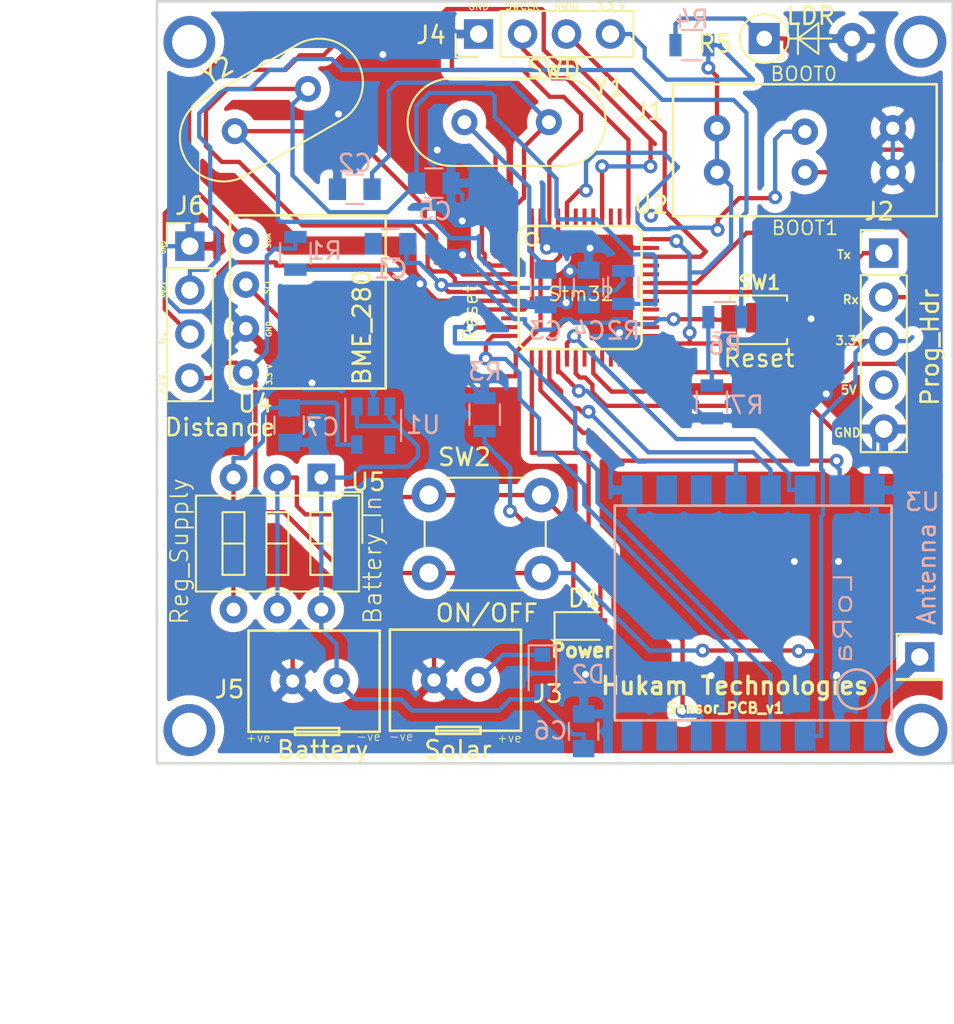
<source format=kicad_pcb>
(kicad_pcb (version 20171130) (host pcbnew 5.1.6-c6e7f7d~87~ubuntu18.04.1)
  (layers (0 F.Cu signal) (31 B.Cu signal) (34 B.Paste user) (35 F.Paste user) (36 B.SilkS user) (37 F.SilkS user) (38 B.Mask user) (39 F.Mask user) (44 Edge.Cuts user))
  (net 0 "")
  (net 1 "Net-(AE1-Pad1)")
  (net 2 /RESET)
  (net 3 /PC14)
  (net 4 /PC15)
  (net 5 /OSCIN)
  (net 6 /OSCOUT)
  (net 7 /Supply_Reg)
  (net 8 /BAT_IN)
  (net 9 /Solar_+ve)
  (net 10 /VCC3V3)
  (net 11 /BOOT0)
  (net 12 /BOOT1)
  (net 13 /5V)
  (net 14 /RX0)
  (net 15 /TX0)
  (net 16 /SWIO)
  (net 17 /SWCLK)
  (net 18 /LDR_IN)
  (net 19 "Net-(U1-Pad4)")
  (net 20 "Net-(U2-Pad38)")
  (net 21 "Net-(U2-Pad1)")
  (net 22 /DIO0)
  (net 23 /DIO1)
  (net 24 /NSS)
  (net 25 /MISO)
  (net 26 /MOSI)
  (net 27 /Energy)
  (net 28 "Net-(U2-Pad27)")
  (net 29 "Net-(U2-Pad28)")
  (net 30 "Net-(U2-Pad29)")
  (net 31 "Net-(U2-Pad41)")
  (net 32 "Net-(U2-Pad42)")
  (net 33 "Net-(U2-Pad43)")
  (net 34 /SCL)
  (net 35 /SDA)
  (net 36 /SCK)
  (net 37 "Net-(U3-Pad7)")
  (net 38 "Net-(U3-Pad8)")
  (net 39 "Net-(U3-Pad10)")
  (net 40 "Net-(U3-Pad11)")
  (net 41 "Net-(D1-Pad1)")
  (net 42 /Slide)
  (net 43 /Echo)
  (net 44 /Trig)
  (net 45 /EchoToStm32)
  (net 46 "Net-(U2-Pad21)")
  (net 47 "Net-(U2-Pad22)")
  (net 48 "Net-(U2-Pad32)")
  (net 49 "Net-(U2-Pad33)")
  (net 50 /EchoToStm)
  (net 51 /Reset_LoRa)
  (net 52 "Net-(C1-Pad1)")
  (net 53 GND)
  (net 54 "Net-(U2-Pad2)")
  (net 55 "Net-(U2-Pad10)")
  (net 56 "Net-(U2-Pad26)")
  (net 57 "Net-(U2-Pad25)")
  (module Custom_Libraries:Pin_Header_02x03 (layer F.Cu) (at 60.41 25.89 270)
    (fp_text reference J1 (at -1 9 180) (layer F.SilkS))
    (fp_text value "Header 3x2" hide)
    (pad 2 thru_hole circle (at 0.2 0 270) (size 1.524 1.524) (drill 0.762) (layers *.Cu *.Mask) (net 11 /BOOT0))
    (pad 1 thru_hole circle (at 0 5.08 270) (size 1.524 1.524) (drill 0.762) (layers *.Cu *.Mask) (net 10 /VCC3V3))
    (pad 3 thru_hole circle (at 0 -5.08 270) (size 1.524 1.524) (drill 0.762) (layers *.Cu *.Mask) (net 53 GND))
    (pad 4 thru_hole circle (at 2.54 -5.08 270) (size 1.524 1.524) (drill 0.762) (layers *.Cu *.Mask) (net 53 GND))
    (pad 5 thru_hole circle (at 2.54 0 270) (size 1.524 1.524) (drill 0.762) (layers *.Cu *.Mask) (net 12 /BOOT1))
    (pad 6 thru_hole circle (at 2.54 5.08 270) (size 1.524 1.524) (drill 0.762) (layers *.Cu *.Mask) (net 10 /VCC3V3))
  )
  (module "Custom_Libraries:STM32(LQFP48)" (layer F.Cu) (at 46.91 34.58)
    (fp_text reference U2 (at 4.61 -4.27) (layer F.SilkS))
    (fp_text value STM32 hide)
    (pad 38 smd rect (at 2.794 -3.556) (size 0.23 1) (layers F.Cu F.Adhes F.Paste F.Mask) (net 20 "Net-(U2-Pad38)"))
    (pad 1 smd rect (at -3.556 -2.286) (size 1 0.23) (layers F.Cu F.Adhes F.Paste F.Mask) (net 21 "Net-(U2-Pad1)"))
    (pad 2 smd rect (at -3.556 -1.778) (size 1 0.23) (layers F.Cu F.Adhes F.Paste F.Mask) (net 54 "Net-(U2-Pad2)"))
    (pad 3 smd rect (at -3.556 -1.27) (size 1 0.23) (layers F.Cu F.Adhes F.Paste F.Mask) (net 3 /PC14))
    (pad 4 smd rect (at -3.556 -0.762) (size 1 0.23) (layers F.Cu F.Adhes F.Paste F.Mask) (net 4 /PC15))
    (pad 5 smd rect (at -3.556 -0.254) (size 1 0.23) (layers F.Cu F.Adhes F.Paste F.Mask) (net 5 /OSCIN))
    (pad 6 smd rect (at -3.556 0.254) (size 1 0.23) (layers F.Cu F.Adhes F.Paste F.Mask) (net 6 /OSCOUT))
    (pad 7 smd rect (at -3.556 0.762) (size 1 0.23) (layers F.Cu F.Adhes F.Paste F.Mask) (net 2 /RESET))
    (pad 8 smd rect (at -3.556 1.27) (size 1 0.23) (layers F.Cu F.Adhes F.Paste F.Mask) (net 53 GND))
    (pad 9 smd rect (at -3.556 1.778) (size 1 0.23) (layers F.Cu F.Adhes F.Paste F.Mask) (net 10 /VCC3V3))
    (pad 10 smd rect (at -3.556 2.286) (size 1 0.23) (layers F.Cu F.Adhes F.Paste F.Mask) (net 55 "Net-(U2-Pad10)"))
    (pad 11 smd rect (at -3.556 2.794) (size 1 0.23) (layers F.Cu F.Adhes F.Paste F.Mask) (net 51 /Reset_LoRa))
    (pad 12 smd rect (at -3.556 3.302) (size 1 0.23) (layers F.Cu F.Adhes F.Paste F.Mask) (net 22 /DIO0))
    (pad 13 smd rect (at -2.286 4.572) (size 0.23 1) (layers F.Cu F.Adhes F.Paste F.Mask) (net 23 /DIO1))
    (pad 14 smd rect (at -1.778 4.572) (size 0.23 1) (layers F.Cu F.Adhes F.Paste F.Mask) (net 24 /NSS))
    (pad 16 smd rect (at -0.762 4.572) (size 0.23 1) (layers F.Cu F.Adhes F.Paste F.Mask) (net 25 /MISO))
    (pad 17 smd rect (at -0.254 4.572) (size 0.23 1) (layers F.Cu F.Adhes F.Paste F.Mask) (net 26 /MOSI))
    (pad 18 smd rect (at 0.254 4.572) (size 0.23 1) (layers F.Cu F.Adhes F.Paste F.Mask) (net 18 /LDR_IN))
    (pad 19 smd rect (at 0.762 4.572) (size 0.23 1) (layers F.Cu F.Adhes F.Paste F.Mask) (net 27 /Energy))
    (pad 20 smd rect (at 1.27 4.572) (size 0.23 1) (layers F.Cu F.Adhes F.Paste F.Mask) (net 12 /BOOT1))
    (pad 21 smd rect (at 1.778 4.572) (size 0.23 1) (layers F.Cu F.Adhes F.Paste F.Mask) (net 46 "Net-(U2-Pad21)"))
    (pad 22 smd rect (at 2.286 4.572) (size 0.23 1) (layers F.Cu F.Adhes F.Paste F.Mask) (net 47 "Net-(U2-Pad22)"))
    (pad 23 smd rect (at 2.794 4.572) (size 0.23 1) (layers F.Cu F.Adhes F.Paste F.Mask) (net 53 GND))
    (pad 24 smd rect (at 3.302 4.572) (size 0.23 1) (layers F.Cu F.Adhes F.Paste F.Mask) (net 10 /VCC3V3))
    (pad 26 smd rect (at 4.572 2.794) (size 1 0.23) (layers F.Cu F.Adhes F.Paste F.Mask) (net 56 "Net-(U2-Pad26)"))
    (pad 27 smd rect (at 4.572 2.286) (size 1 0.23) (layers F.Cu F.Adhes F.Paste F.Mask) (net 28 "Net-(U2-Pad27)"))
    (pad 28 smd rect (at 4.572 1.778) (size 1 0.23) (layers F.Cu F.Adhes F.Paste F.Mask) (net 29 "Net-(U2-Pad28)"))
    (pad 29 smd rect (at 4.572 1.27) (size 1 0.23) (layers F.Cu F.Adhes F.Paste F.Mask) (net 30 "Net-(U2-Pad29)"))
    (pad 30 smd rect (at 4.572 0.762) (size 1 0.23) (layers F.Cu F.Adhes F.Paste F.Mask) (net 15 /TX0))
    (pad 31 smd rect (at 4.572 0.254) (size 1 0.23) (layers F.Cu F.Adhes F.Paste F.Mask) (net 14 /RX0))
    (pad 32 smd rect (at 4.572 -0.254) (size 1 0.23) (layers F.Cu F.Adhes F.Paste F.Mask) (net 48 "Net-(U2-Pad32)"))
    (pad 33 smd rect (at 4.572 -0.762) (size 1 0.23) (layers F.Cu F.Adhes F.Paste F.Mask) (net 49 "Net-(U2-Pad33)"))
    (pad 34 smd rect (at 4.572 -1.27) (size 1 0.23) (layers F.Cu F.Adhes F.Paste F.Mask) (net 16 /SWIO))
    (pad 35 smd rect (at 4.572 -1.778) (size 1 0.23) (layers F.Cu F.Adhes F.Paste F.Mask) (net 53 GND))
    (pad 36 smd rect (at 4.572 -2.286) (size 1 0.23) (layers F.Cu F.Adhes F.Paste F.Mask) (net 10 /VCC3V3))
    (pad 37 smd rect (at 3.302 -3.556) (size 0.23 1) (layers F.Cu F.Adhes F.Paste F.Mask) (net 17 /SWCLK))
    (pad 39 smd rect (at 2.286 -3.556) (size 0.23 1) (layers F.Cu F.Adhes F.Paste F.Mask) (net 50 /EchoToStm))
    (pad 40 smd rect (at 1.778 -3.556) (size 0.23 1) (layers F.Cu F.Adhes F.Paste F.Mask) (net 44 /Trig))
    (pad 41 smd rect (at 1.27 -3.556) (size 0.23 1) (layers F.Cu F.Adhes F.Paste F.Mask) (net 31 "Net-(U2-Pad41)"))
    (pad 42 smd rect (at 0.762 -3.556) (size 0.23 1) (layers F.Cu F.Adhes F.Paste F.Mask) (net 32 "Net-(U2-Pad42)"))
    (pad 43 smd rect (at 0.254 -3.556) (size 0.23 1) (layers F.Cu F.Adhes F.Paste F.Mask) (net 33 "Net-(U2-Pad43)"))
    (pad 44 smd rect (at -0.254 -3.556) (size 0.23 1) (layers F.Cu F.Adhes F.Paste F.Mask) (net 11 /BOOT0))
    (pad 45 smd rect (at -0.762 -3.556) (size 0.23 1) (layers F.Cu F.Adhes F.Paste F.Mask) (net 34 /SCL))
    (pad 46 smd rect (at -1.27 -3.556) (size 0.23 1) (layers F.Cu F.Adhes F.Paste F.Mask) (net 35 /SDA))
    (pad 47 smd rect (at -1.778 -3.556) (size 0.23 1) (layers F.Cu F.Adhes F.Paste F.Mask) (net 53 GND))
    (pad 48 smd rect (at -2.286 -3.556) (size 0.23 1) (layers F.Cu F.Adhes F.Paste F.Mask) (net 10 /VCC3V3))
    (pad 25 smd rect (at 4.572 3.302) (size 1 0.23) (layers F.Cu F.Adhes F.Paste F.Mask) (net 57 "Net-(U2-Pad25)"))
    (pad 15 smd rect (at -1.27 4.572) (size 0.23 1) (layers F.Cu F.Adhes F.Paste F.Mask) (net 36 /SCK))
  )
  (module Buttons_Switches_SMD:SW_SPST_B3U-1000P (layer F.Cu) (at 57.73 36.95 180)
    (fp_text reference SW1 (at -0.05 2.15) (layer F.SilkS) (effects (font (size 0.8 0.8))))
    (fp_text value SW_Push hide)
    (pad 1 smd rect (at -1.7 0 180) (size 0.9 1.7) (layers F.Cu F.Paste F.Mask) (net 53 GND))
    (pad 2 smd rect (at 1.7 0 180) (size 0.9 1.7) (layers F.Cu F.Paste F.Mask) (net 2 /RESET))
  )
  (module Custom_Libraries:LoRa (layer B.Cu) (at 57.42 57.48 90)
    (fp_text reference U3 (at 10.01 9.78) (layer B.SilkS) (effects (justify mirror)))
    (fp_text value LoRa (at 3.3 5.2 270) (layer B.SilkS) (effects (font (size 1 1.5) (thickness 0.125)) (justify mirror)))
    (pad 16 smd rect (at 10.7 7 90) (size 1.7 1.2) (layers B.Cu B.Adhes B.Paste B.Mask) (net 53 GND))
    (pad 15 smd rect (at 10.7 5 90) (size 1.7 1.2) (layers B.Cu B.Adhes B.Paste B.Mask) (net 24 /NSS))
    (pad 14 smd rect (at 10.7 3 90) (size 1.7 1.2) (layers B.Cu B.Adhes B.Paste B.Mask) (net 26 /MOSI))
    (pad 13 smd rect (at 10.7 1 90) (size 1.7 1.2) (layers B.Cu B.Adhes B.Paste B.Mask) (net 25 /MISO))
    (pad 12 smd rect (at 10.7 -1 90) (size 1.7 1.2) (layers B.Cu B.Adhes B.Paste B.Mask) (net 36 /SCK))
    (pad 11 smd rect (at 10.7 -3 90) (size 1.7 1.2) (layers B.Cu B.Adhes B.Paste B.Mask) (net 40 "Net-(U3-Pad11)"))
    (pad 10 smd rect (at 10.7 -5 90) (size 1.7 1.2) (layers B.Cu B.Adhes B.Paste B.Mask) (net 39 "Net-(U3-Pad10)"))
    (pad 9 smd rect (at 10.7 -7 90) (size 1.7 1.2) (layers B.Cu B.Adhes B.Paste B.Mask) (net 53 GND))
    (pad 8 smd rect (at -3.5 -7 90) (size 1.7 1.2) (layers B.Cu B.Adhes B.Paste B.Mask) (net 38 "Net-(U3-Pad8)"))
    (pad 7 smd rect (at -3.5 -5 90) (size 1.7 1.2) (layers B.Cu B.Adhes B.Paste B.Mask) (net 37 "Net-(U3-Pad7)"))
    (pad 6 smd rect (at -3.5 -3 90) (size 1.7 1.2) (layers B.Cu B.Adhes B.Paste B.Mask) (net 23 /DIO1))
    (pad 5 smd rect (at -3.5 -1 90) (size 1.7 1.2) (layers B.Cu B.Adhes B.Paste B.Mask) (net 22 /DIO0))
    (pad 4 smd rect (at -3.5 1 90) (size 1.7 1.2) (layers B.Cu B.Adhes B.Paste B.Mask) (net 51 /Reset_LoRa))
    (pad 3 smd rect (at -3.5 3 90) (size 1.7 1.2) (layers B.Cu B.Adhes B.Paste B.Mask) (net 10 /VCC3V3))
    (pad 2 smd rect (at -3.5 5 90) (size 1.7 1.2) (layers B.Cu B.Adhes B.Paste B.Mask) (net 53 GND))
    (pad 1 smd rect (at -3.5 7 90) (size 1.7 1.2) (layers B.Cu B.Adhes B.Paste B.Mask) (net 1 "Net-(AE1-Pad1)"))
  )
  (module Pin_Headers:Pin_Header_Straight_1x01_Pitch2.54mm (layer F.Cu) (at 67.05 56.42)
    (fp_text reference AE1 hide)
    (fp_text value Antenna (at 0.4 -4.8 270) (layer B.SilkS))
    (pad 1 thru_hole rect (at 0 0) (size 1.7 1.7) (drill 1) (layers *.Cu *.Mask) (net 1 "Net-(AE1-Pad1)"))
  )
  (module Resistors_SMD:R_0805 (layer B.Cu) (at 55.03 41.69 90)
    (fp_text reference R7 (at -0.19 2.03 180) (layer B.SilkS) (effects (justify mirror)))
    (fp_text value 4.7K hide)
    (pad 1 smd rect (at -0.95 0 90) (size 0.7 1.3) (layers B.Cu B.Paste B.Mask) (net 53 GND))
    (pad 2 smd rect (at 0.95 0 90) (size 0.7 1.3) (layers B.Cu B.Paste B.Mask) (net 45 /EchoToStm32))
  )
  (module Resistors_SMD:R_0805 (layer B.Cu) (at 55.78 36.8)
    (fp_text reference R6 (at 0 1.65) (layer B.SilkS) (effects (justify mirror)))
    (fp_text value 2.7K hide)
    (pad 1 smd rect (at -0.95 0) (size 0.7 1.3) (layers B.Cu B.Paste B.Mask) (net 45 /EchoToStm32))
    (pad 2 smd rect (at 0.95 0) (size 0.7 1.3) (layers B.Cu B.Paste B.Mask) (net 43 /Echo))
  )
  (module Pin_Headers:Pin_Header_Straight_1x04_Pitch2.54mm (layer F.Cu) (at 24.86 32.7)
    (fp_text reference J6 (at 0 -2.33) (layer F.SilkS))
    (fp_text value "Distance /" hide)
    (pad 1 thru_hole rect (at 0 0) (size 1.7 1.7) (drill 1) (layers *.Cu *.Mask) (net 53 GND))
    (pad 2 thru_hole oval (at 0 2.54) (size 1.7 1.7) (drill 1) (layers *.Cu *.Mask) (net 43 /Echo))
    (pad 3 thru_hole oval (at 0 5.08) (size 1.7 1.7) (drill 1) (layers *.Cu *.Mask) (net 44 /Trig))
    (pad 4 thru_hole oval (at 0 7.62) (size 1.7 1.7) (drill 1) (layers *.Cu *.Mask) (net 10 /VCC3V3))
  )
  (module Custom_Libraries:Battery_holder (layer F.Cu) (at 32.25 56.36)
    (fp_text reference J5 (at -5.1 1.93) (layer F.SilkS))
    (fp_text value Battery_input hide)
    (pad 2 thru_hole circle (at 1.09 1.44) (size 1.524 1.524) (drill 0.762) (layers *.Cu *.Mask) (net 8 /BAT_IN))
    (pad 1 thru_hole circle (at -1.45 1.45) (size 1.524 1.524) (drill 0.762) (layers *.Cu *.Mask) (net 53 GND))
  )
  (module Custom_Libraries:Battery_holder (layer F.Cu) (at 40.42 56.3)
    (fp_text reference J3 (at 5.13 2.25) (layer F.SilkS))
    (fp_text value Solar_input hide)
    (pad 2 thru_hole circle (at 1.09 1.44) (size 1.524 1.524) (drill 0.762) (layers *.Cu *.Mask) (net 9 /Solar_+ve))
    (pad 1 thru_hole circle (at -1.45 1.45) (size 1.524 1.524) (drill 0.762) (layers *.Cu *.Mask) (net 53 GND))
  )
  (module Buttons_Switches_THT:SW_PUSH_6mm_h5mm (layer F.Cu) (at 38.68 47.07)
    (fp_text reference SW2 (at 2.05 -2.19) (layer F.SilkS))
    (fp_text value SW_Push hide)
    (pad 2 thru_hole circle (at 0 4.5 90) (size 2 2) (drill 1.1) (layers *.Cu *.Mask) (net 10 /VCC3V3))
    (pad 1 thru_hole circle (at 0 0 90) (size 2 2) (drill 1.1) (layers *.Cu *.Mask) (net 42 /Slide))
    (pad 2 thru_hole circle (at 6.5 4.5 90) (size 2 2) (drill 1.1) (layers *.Cu *.Mask) (net 10 /VCC3V3))
    (pad 1 thru_hole circle (at 6.5 0 90) (size 2 2) (drill 1.1) (layers *.Cu *.Mask) (net 42 /Slide))
  )
  (module Buttons_Switches_THT:SW_DIP_x3_W7.62mm_Slide_LowProfile (layer F.Cu) (at 32.46 46.06 270)
    (fp_text reference U5 (at 0.26 -2.71 180) (layer F.SilkS))
    (fp_text value Slide_switch hide)
    (pad 1 thru_hole rect (at 0 0 270) (size 1.6 1.6) (drill 0.8) (layers *.Cu *.Mask) (net 8 /BAT_IN))
    (pad 4 thru_hole oval (at 7.62 5.08 270) (size 1.6 1.6) (drill 0.8) (layers *.Cu *.Mask) (net 7 /Supply_Reg))
    (pad 2 thru_hole oval (at 0 2.54 270) (size 1.6 1.6) (drill 0.8) (layers *.Cu *.Mask) (net 42 /Slide))
    (pad 5 thru_hole oval (at 7.62 2.54 270) (size 1.6 1.6) (drill 0.8) (layers *.Cu *.Mask) (net 42 /Slide))
    (pad 3 thru_hole oval (at 0 5.08 270) (size 1.6 1.6) (drill 0.8) (layers *.Cu *.Mask) (net 7 /Supply_Reg))
    (pad 6 thru_hole oval (at 7.62 0 270) (size 1.6 1.6) (drill 0.8) (layers *.Cu *.Mask) (net 8 /BAT_IN))
  )
  (module Capacitors_SMD:C_0805 (layer B.Cu) (at 36.46 32.56)
    (fp_text reference C1 (at 0 1.5) (layer B.SilkS) (effects (justify mirror)))
    (fp_text value 1.0uf hide)
    (fp_text user %R (at 0 1.5) (layer B.SilkS) (effects (justify mirror)))
    (pad 1 smd rect (at -1 0) (size 1 1.25) (layers B.Cu B.Paste B.Mask) (net 52 "Net-(C1-Pad1)"))
    (pad 2 smd rect (at 1 0) (size 1 1.25) (layers B.Cu B.Paste B.Mask) (net 2 /RESET))
  )
  (module Capacitors_SMD:C_0805 (layer B.Cu) (at 34.39 29.41 180)
    (fp_text reference C2 (at 0 1.5) (layer B.SilkS) (effects (justify mirror)))
    (fp_text value 20pf hide)
    (pad 1 smd rect (at -1 0 180) (size 1 1.25) (layers B.Cu B.Paste B.Mask) (net 3 /PC14))
    (pad 2 smd rect (at 1 0 180) (size 1 1.25) (layers B.Cu B.Paste B.Mask) (net 53 GND))
  )
  (module Capacitors_SMD:C_0805 (layer B.Cu) (at 45.41 35.08 270)
    (fp_text reference C3 (at 2.5 0 180) (layer B.SilkS) (effects (justify mirror)))
    (fp_text value 20pf hide)
    (pad 2 smd rect (at 1 0 270) (size 1 1.25) (layers B.Cu B.Paste B.Mask) (net 53 GND))
    (pad 1 smd rect (at -1 0 270) (size 1 1.25) (layers B.Cu B.Paste B.Mask) (net 4 /PC15))
  )
  (module Capacitors_SMD:C_0805 (layer B.Cu) (at 47.91 35.08 90)
    (fp_text reference C4 (at -2.5 0 180) (layer B.SilkS) (effects (justify mirror)))
    (fp_text value 20pf hide)
    (pad 2 smd rect (at 1 0 90) (size 1 1.25) (layers B.Cu B.Paste B.Mask) (net 53 GND))
    (pad 1 smd rect (at -1 0 90) (size 1 1.25) (layers B.Cu B.Paste B.Mask) (net 5 /OSCIN))
  )
  (module Capacitors_SMD:C_0805 (layer B.Cu) (at 38.96 29.06)
    (fp_text reference C5 (at 0.06 1.62) (layer B.SilkS) (effects (justify mirror)))
    (fp_text value 20pf hide)
    (pad 1 smd rect (at -1 0) (size 1 1.25) (layers B.Cu B.Paste B.Mask) (net 6 /OSCOUT))
    (pad 2 smd rect (at 1 0) (size 1 1.25) (layers B.Cu B.Paste B.Mask) (net 53 GND))
  )
  (module Capacitors_SMD:C_0805 (layer B.Cu) (at 47.62 60.71 270)
    (fp_text reference C6 (at -0.03 1.92 180) (layer B.SilkS) (effects (justify mirror)))
    (fp_text value "100 nf" hide)
    (pad 2 smd rect (at 1 0 270) (size 1 1.25) (layers B.Cu B.Paste B.Mask) (net 8 /BAT_IN))
    (pad 1 smd rect (at -1 0 270) (size 1 1.25) (layers B.Cu B.Paste B.Mask) (net 53 GND))
  )
  (module Capacitors_SMD:C_0805 (layer B.Cu) (at 30.6 43.03 90)
    (fp_text reference C7 (at -0.11 1.93 180) (layer B.SilkS) (effects (justify mirror)))
    (fp_text value "100 nf" hide)
    (pad 2 smd rect (at 1 0 90) (size 1 1.25) (layers B.Cu B.Paste B.Mask) (net 7 /Supply_Reg))
    (pad 1 smd rect (at -1 0 90) (size 1 1.25) (layers B.Cu B.Paste B.Mask) (net 53 GND))
  )
  (module Diodes_SMD:D_0805 (layer F.Cu) (at 47.54 54.63)
    (fp_text reference D1 (at 0.14 -1.6) (layer F.SilkS))
    (fp_text value Pwr_L.E.D hide)
    (pad 1 smd rect (at -1.05 0) (size 0.8 0.9) (layers F.Cu F.Paste F.Mask) (net 41 "Net-(D1-Pad1)"))
    (pad 2 smd rect (at 1.05 0) (size 0.8 0.9) (layers F.Cu F.Paste F.Mask) (net 42 /Slide))
  )
  (module Diodes_SMD:D_0805 (layer B.Cu) (at 45.24 57.35 270)
    (fp_text reference D2 (at 0.08 -2.64 180) (layer B.SilkS) (effects (justify mirror)))
    (fp_text value DIODE hide)
    (pad 2 smd rect (at 1.05 0 270) (size 0.8 0.9) (layers B.Cu B.Paste B.Mask) (net 8 /BAT_IN))
    (pad 1 smd rect (at -1.05 0 270) (size 0.8 0.9) (layers B.Cu B.Paste B.Mask) (net 9 /Solar_+ve))
  )
  (module Pin_Headers:Pin_Header_Straight_1x05_Pitch2.54mm (layer F.Cu) (at 64.97 33.1)
    (fp_text reference J2 (at -0.27112 -2.40664) (layer F.SilkS))
    (fp_text value "Prog Hdr" hide)
    (pad 5 thru_hole oval (at 0 10.16) (size 1.7 1.7) (drill 1) (layers *.Cu *.Mask) (net 53 GND))
    (pad 4 thru_hole oval (at 0 7.62) (size 1.7 1.7) (drill 1) (layers *.Cu *.Mask) (net 13 /5V))
    (pad 3 thru_hole oval (at 0 5.08) (size 1.7 1.7) (drill 1) (layers *.Cu *.Mask) (net 10 /VCC3V3))
    (pad 2 thru_hole oval (at 0 2.54) (size 1.7 1.7) (drill 1) (layers *.Cu *.Mask) (net 14 /RX0))
    (pad 1 thru_hole rect (at 0 0) (size 1.7 1.7) (drill 1) (layers *.Cu *.Mask) (net 15 /TX0))
  )
  (module Pin_Headers:Pin_Header_Straight_1x04_Pitch2.54mm (layer F.Cu) (at 41.55 20.45 90)
    (fp_text reference J4 (at -0.06 -2.75 180) (layer F.SilkS))
    (fp_text value SWD (at -1.99 4.35 180) (layer F.SilkS))
    (pad 4 thru_hole oval (at 0 7.62 90) (size 1.7 1.7) (drill 1) (layers *.Cu *.Mask) (net 10 /VCC3V3))
    (pad 3 thru_hole oval (at 0 5.08 90) (size 1.7 1.7) (drill 1) (layers *.Cu *.Mask) (net 16 /SWIO))
    (pad 2 thru_hole oval (at 0 2.54 90) (size 1.7 1.7) (drill 1) (layers *.Cu *.Mask) (net 17 /SWCLK))
    (pad 1 thru_hole rect (at 0 0 90) (size 1.7 1.7) (drill 1) (layers *.Cu *.Mask) (net 53 GND))
  )
  (module Resistors_SMD:R_0805 (layer B.Cu) (at 30.96 33.11 270)
    (fp_text reference R1 (at -0.14 -1.72 180) (layer B.SilkS) (effects (justify mirror)))
    (fp_text value 10K hide)
    (pad 2 smd rect (at 0.95 0 270) (size 0.7 1.3) (layers B.Cu B.Paste B.Mask) (net 2 /RESET))
    (pad 1 smd rect (at -0.95 0 270) (size 0.7 1.3) (layers B.Cu B.Paste B.Mask) (net 10 /VCC3V3))
  )
  (module Resistors_SMD:R_0805 (layer B.Cu) (at 49.91 35.08 270)
    (fp_text reference R2 (at 2.5 0 180) (layer B.SilkS) (effects (justify mirror)))
    (fp_text value 1M hide)
    (pad 1 smd rect (at -0.95 0 270) (size 0.7 1.3) (layers B.Cu B.Paste B.Mask) (net 5 /OSCIN))
    (pad 2 smd rect (at 0.95 0 270) (size 0.7 1.3) (layers B.Cu B.Paste B.Mask) (net 6 /OSCOUT))
  )
  (module Resistors_SMD:R_0805 (layer B.Cu) (at 41.9 42.42 90)
    (fp_text reference R3 (at 2.48 0.02 180) (layer B.SilkS) (effects (justify mirror)))
    (fp_text value "510 R" hide)
    (pad 2 smd rect (at 0.95 0 90) (size 0.7 1.3) (layers B.Cu B.Paste B.Mask) (net 53 GND))
    (pad 1 smd rect (at -0.95 0 90) (size 0.7 1.3) (layers B.Cu B.Paste B.Mask) (net 41 "Net-(D1-Pad1)"))
  )
  (module Resistors_SMD:R_0805 (layer B.Cu) (at 53.88 21.09)
    (fp_text reference R4 (at 0 -1.5) (layer B.SilkS) (effects (justify mirror)))
    (fp_text value 10K hide)
    (pad 1 smd rect (at -0.95 0) (size 0.7 1.3) (layers B.Cu B.Paste B.Mask) (net 18 /LDR_IN))
    (pad 2 smd rect (at 0.95 0) (size 0.7 1.3) (layers B.Cu B.Paste B.Mask) (net 10 /VCC3V3))
  )
  (module Diodes_THT:D_A-405_P5.08mm_Vertical_AnodeUp (layer F.Cu) (at 58.06 20.71)
    (fp_text reference R5 (at -2.85 0.3) (layer F.SilkS))
    (fp_text value LDR (at 2.69172 -1.3044) (layer F.SilkS))
    (pad 2 thru_hole oval (at 5.08 0) (size 1.8 1.8) (drill 0.9) (layers *.Cu *.Mask) (net 53 GND))
    (pad 1 thru_hole rect (at 0 0) (size 1.8 1.8) (drill 0.9) (layers *.Cu *.Mask) (net 18 /LDR_IN))
  )
  (module TO_SOT_Packages_SMD:SOT-23-5 (layer B.Cu) (at 35.46 43.06 270)
    (fp_text reference U1 (at -0.04 -2.88 180) (layer B.SilkS) (effects (justify mirror)))
    (fp_text value APK2112.K-3.3 hide)
    (pad 1 smd rect (at -1.1 0.95 270) (size 1.06 0.65) (layers B.Cu B.Paste B.Mask) (net 8 /BAT_IN))
    (pad 2 smd rect (at -1.1 0 270) (size 1.06 0.65) (layers B.Cu B.Paste B.Mask) (net 53 GND))
    (pad 3 smd rect (at -1.1 -0.95 270) (size 1.06 0.65) (layers B.Cu B.Paste B.Mask) (net 8 /BAT_IN))
    (pad 4 smd rect (at 1.1 -0.95 270) (size 1.06 0.65) (layers B.Cu B.Paste B.Mask) (net 19 "Net-(U1-Pad4)"))
    (pad 5 smd rect (at 1.1 0.95 270) (size 1.06 0.65) (layers B.Cu B.Paste B.Mask) (net 7 /Supply_Reg))
  )
  (module Custom_Libraries:BME280 (layer F.Cu) (at 33.18 34.92 180)
    (fp_text reference U4 (at 4.54 -6.87) (layer F.SilkS))
    (fp_text value BME_280 (at -1.63 -2.46 90) (layer F.SilkS))
    (pad 1 thru_hole circle (at 5.08 -5.08 180) (size 1.524 1.524) (drill 0.762) (layers *.Cu *.Mask) (net 10 /VCC3V3))
    (pad 2 thru_hole circle (at 5.08 -2.54 180) (size 1.524 1.524) (drill 0.762) (layers *.Cu *.Mask) (net 53 GND))
    (pad 3 thru_hole circle (at 5.08 0 180) (size 1.524 1.524) (drill 0.762) (layers *.Cu *.Mask) (net 34 /SCL))
    (pad 4 thru_hole circle (at 5.08 2.54 180) (size 1.524 1.524) (drill 0.762) (layers *.Cu *.Mask) (net 35 /SDA))
  )
  (module Crystals:Crystal_HC49-4H_Vertical (layer F.Cu) (at 45.61 25.54 180)
    (fp_text reference Y1 (at -3.5 2) (layer F.SilkS))
    (fp_text value 32.768K)
    (pad 2 thru_hole circle (at 4.88 0 180) (size 1.5 1.5) (drill 0.8) (layers *.Cu *.Mask) (net 4 /PC15))
    (pad 1 thru_hole circle (at 0 0 180) (size 1.5 1.5) (drill 0.8) (layers *.Cu *.Mask) (net 3 /PC14))
  )
  (module Crystals:Crystal_HC49-4H_Vertical (layer F.Cu) (at 27.46 26.06 30)
    (fp_text reference Y2 (at 0.883975 -3.531089 30) (layer F.SilkS))
    (fp_text value 8Mhz)
    (pad 1 thru_hole circle (at 0 0 30) (size 1.5 1.5) (drill 0.8) (layers *.Cu *.Mask) (net 5 /OSCIN))
    (pad 2 thru_hole circle (at 4.88 0 30) (size 1.5 1.5) (drill 0.8) (layers *.Cu *.Mask) (net 6 /OSCOUT))
  )
  (gr_text +ve (at 43.32986 61.10224) (layer F.SilkS) (effects (font (size 0.5 0.5) (thickness 0.05))))
  (gr_text -ve (at 37.06622 61.0108) (layer F.SilkS) (effects (font (size 0.5 0.5) (thickness 0.05))))
  (gr_text -ve (at 35.18662 61.01334) (layer F.SilkS) (effects (font (size 0.5 0.5) (thickness 0.05))))
  (gr_text +ve (at 28.8163 61.09208) (layer F.SilkS) (effects (font (size 0.5 0.5) (thickness 0.05))))
  (gr_text BOOT1 (at 60.41136 31.6484) (layer F.SilkS) (effects (font (size 0.8 0.8) (thickness 0.1))))
  (gr_text BOOT0 (at 60.34532 22.75332) (layer F.SilkS) (effects (font (size 0.8 0.8) (thickness 0.1))))
  (gr_text "3.3 V" (at 49.21758 18.8849) (layer F.SilkS) (effects (font (size 0.4 0.4) (thickness 0.07))))
  (gr_text SWIO (at 46.6344 18.86204) (layer F.SilkS) (effects (font (size 0.4 0.4) (thickness 0.07))))
  (gr_text GND (at 41.54678 18.86204) (layer F.SilkS) (effects (font (size 0.4 0.4) (thickness 0.07))))
  (gr_text SWCLK (at 44.07662 18.84426) (layer F.SilkS) (effects (font (size 0.4 0.4) (thickness 0.07))))
  (gr_text Battery_In (at 35.42284 50.81016 90) (layer F.SilkS) (effects (font (size 1 1) (thickness 0.1))))
  (gr_text Reg_Supply (at 24.25446 50.32756 90) (layer F.SilkS) (effects (font (size 1 1) (thickness 0.1))))
  (gr_text "3.3 V" (at 29.45892 40.11422 90) (layer F.SilkS) (effects (font (size 0.3 0.3) (thickness 0.07))))
  (gr_text GND (at 29.42844 37.4904 90) (layer F.SilkS) (effects (font (size 0.3 0.3) (thickness 0.07))))
  (gr_text SCL (at 29.34462 35.0393 90) (layer F.SilkS) (effects (font (size 0.3 0.3) (thickness 0.07))))
  (gr_text SDA (at 29.38526 32.385 90) (layer F.SilkS) (effects (font (size 0.3 0.3) (thickness 0.075))))
  (gr_text GND (at 23.30704 32.77362 270) (layer F.SilkS) (effects (font (size 0.25 0.25) (thickness 0.06))))
  (gr_text Echo (at 23.3426 35.22472 270) (layer F.SilkS) (effects (font (size 0.25 0.25) (thickness 0.06))))
  (gr_text Trig (at 23.29942 38.04666 270) (layer F.SilkS) (effects (font (size 0.25 0.25) (thickness 0.06))))
  (gr_text "3.3 V" (at 23.23846 40.6527 270) (layer F.SilkS) (effects (font (size 0.27 0.27) (thickness 0.06))))
  (gr_text GND (at 62.87008 43.4721) (layer F.SilkS) (effects (font (size 0.5 0.5) (thickness 0.1))))
  (gr_text 5V (at 62.9412 41.0083) (layer F.SilkS) (effects (font (size 0.5 0.5) (thickness 0.1))))
  (gr_text 3.3V (at 62.992 38.14826) (layer F.SilkS) (effects (font (size 0.5 0.5) (thickness 0.1))))
  (gr_text Rx (at 63.05804 35.7886) (layer F.SilkS) (effects (font (size 0.5 0.5) (thickness 0.1))))
  (gr_text Tx (at 62.66688 33.19018) (layer F.SilkS) (effects (font (size 0.5 0.5) (thickness 0.1))))
  (gr_text ON/OFF (at 42.02 53.89) (layer F.SilkS) (effects (font (size 1 1))))
  (gr_text Solar (at 40.36 61.77) (layer F.SilkS) (effects (font (size 1 1))))
  (gr_text Battery (at 32.54248 61.77788) (layer F.SilkS) (effects (font (size 1 1))))
  (gr_text Distance (at 26.6 43.16) (layer F.SilkS) (effects (font (size 1 1))))
  (gr_text Prog_Hdr (at 67.64 38.53 90) (layer F.SilkS) (effects (font (size 1 1))))
  (gr_text Reset (at 57.76 39.17) (layer F.SilkS) (effects (font (size 1 1))))
  (gr_text Reset (at 41.09 36.58 90) (layer F.SilkS) (effects (font (size 0.8 0.8) (thickness 0.1))))
  (gr_text Stm32 (at 47.47 35.46) (layer F.SilkS) (effects (font (size 0.8 0.8) (thickness 0.1))))
  (gr_text Power (at 47.53 56.04) (layer F.SilkS) (effects (font (size 0.8 0.8) (thickness 0.2))))
  (gr_text Sensor_PCB_v1 (at 55.8 59.37) (layer F.SilkS) (effects (font (size 0.6 0.6))))
  (gr_text "Hukam Technologies\n" (at 56.36 58.08) (layer F.SilkS) (effects (font (size 1 1) (thickness 0.2))))
  (gr_line (start 68.96 62.56) (end 22.96 62.56) (layer Edge.Cuts) (width 0.15))
  (gr_line (start 68.96 18.56) (end 68.96 62.56) (layer Edge.Cuts) (width 0.15))
  (gr_line (start 22.96 18.56) (end 68.96 18.56) (layer Edge.Cuts) (width 0.15))
  (gr_line (start 22.96 62.56) (end 22.96 18.56) (layer Edge.Cuts) (width 0.15))
  (via (at 24.83 20.91) (size 3) (drill 2) (layers F.Cu B.Cu) (net 0))
  (via (at 67.08394 20.89404) (size 3) (drill 2) (layers F.Cu B.Cu) (net 0))
  (via (at 24.83 60.64) (size 3) (drill 2) (layers F.Cu B.Cu) (net 0))
  (via (at 67.1449 60.62472) (size 3) (drill 2) (layers F.Cu B.Cu) (net 0))
  (segment (start 67.05 56.42) (end 67.05 56.68426) (width 0.25) (layer B.Cu) (net 1))
  (segment (start 64.42 59.05) (end 67.05 56.42) (width 0.8) (layer B.Cu) (net 1))
  (segment (start 64.42 60.98) (end 64.42 59.05) (width 0.8) (layer B.Cu) (net 1))
  (segment (start 39.3993 34.9337) (end 41.6457 34.9337) (width 0.25) (layer B.Cu) (net 2))
  (segment (start 41.6457 34.9337) (end 43.6287 36.9167) (width 0.25) (layer B.Cu) (net 2))
  (segment (start 37.3692 33.6725) (end 38.1381 33.6725) (width 0.25) (layer B.Cu) (net 2))
  (segment (start 38.1381 33.6725) (end 39.3993 34.9337) (width 0.25) (layer B.Cu) (net 2))
  (segment (start 56.03 36.95) (end 55.2547 36.95) (width 0.25) (layer F.Cu) (net 2))
  (segment (start 52.821 36.9167) (end 55.2214 36.9167) (width 0.25) (layer F.Cu) (net 2))
  (segment (start 55.2214 36.9167) (end 55.2547 36.95) (width 0.25) (layer F.Cu) (net 2))
  (segment (start 30.96 34.06) (end 36.9817 34.06) (width 0.25) (layer B.Cu) (net 2))
  (segment (start 36.9817 34.06) (end 37.3692 33.6725) (width 0.25) (layer B.Cu) (net 2))
  (segment (start 37.3692 33.6725) (end 37.3692 32.56) (width 0.25) (layer B.Cu) (net 2))
  (segment (start 39.3993 34.9337) (end 39.8076 35.342) (width 0.25) (layer F.Cu) (net 2))
  (segment (start 39.8076 35.342) (end 43.354 35.342) (width 0.25) (layer F.Cu) (net 2))
  (segment (start 37.46 32.56) (end 37.3692 32.56) (width 0.25) (layer B.Cu) (net 2))
  (via (at 52.821 36.9167) (size 0.8) (layers F.Cu B.Cu) (net 2))
  (via (at 39.3993 34.9337) (size 0.8) (layers F.Cu B.Cu) (net 2))
  (segment (start 44.2333 36.9167) (end 44.2333 37.1533) (width 0.25) (layer B.Cu) (net 2))
  (segment (start 43.6287 36.9167) (end 44.2333 36.9167) (width 0.25) (layer B.Cu) (net 2))
  (segment (start 44.602299 37.522299) (end 45.857701 37.522299) (width 0.25) (layer B.Cu) (net 2))
  (segment (start 44.2333 37.1533) (end 44.602299 37.522299) (width 0.25) (layer B.Cu) (net 2))
  (segment (start 46.4633 36.9167) (end 46.8733 36.9167) (width 0.25) (layer B.Cu) (net 2))
  (segment (start 45.857701 37.522299) (end 46.4633 36.9167) (width 0.25) (layer B.Cu) (net 2))
  (segment (start 49.327999 36.916699) (end 50.072001 36.916699) (width 0.25) (layer B.Cu) (net 2))
  (segment (start 47.069299 37.119299) (end 49.125399 37.119299) (width 0.25) (layer B.Cu) (net 2))
  (segment (start 49.125399 37.119299) (end 49.327999 36.916699) (width 0.25) (layer B.Cu) (net 2))
  (segment (start 46.8733 36.9167) (end 46.8733 36.9233) (width 0.25) (layer B.Cu) (net 2))
  (segment (start 46.8733 36.9233) (end 47.069299 37.119299) (width 0.25) (layer B.Cu) (net 2))
  (segment (start 50.072001 36.916699) (end 50.355302 37.2) (width 0.25) (layer B.Cu) (net 2))
  (segment (start 51.6834 37.2) (end 51.9667 36.9167) (width 0.25) (layer B.Cu) (net 2))
  (segment (start 50.355302 37.2) (end 51.6834 37.2) (width 0.25) (layer B.Cu) (net 2))
  (segment (start 51.9667 36.9167) (end 52.821 36.9167) (width 0.25) (layer B.Cu) (net 2))
  (segment (start 35.39 29.41) (end 35.39 28.4597) (width 0.25) (layer B.Cu) (net 3))
  (segment (start 45.61 25.54) (end 44.0345 23.9645) (width 0.25) (layer B.Cu) (net 3))
  (segment (start 45.61 25.54) (end 44.1737 26.9763) (width 0.25) (layer F.Cu) (net 3))
  (segment (start 36.36485 27.48485) (end 35.39 28.4597) (width 0.25) (layer B.Cu) (net 3))
  (segment (start 36.36485 23.73515) (end 36.84 23.26) (width 0.25) (layer B.Cu) (net 3))
  (segment (start 36.36485 24.44515) (end 36.36485 24.22515) (width 0.25) (layer B.Cu) (net 3))
  (segment (start 36.36485 24.44515) (end 36.36485 23.73515) (width 0.25) (layer B.Cu) (net 3))
  (segment (start 36.36485 27.48485) (end 36.36485 24.44515) (width 0.25) (layer B.Cu) (net 3))
  (segment (start 36.84 23.26) (end 42 23.26) (width 0.25) (layer B.Cu) (net 3))
  (segment (start 43.4 23.33) (end 44.0345 23.9645) (width 0.25) (layer B.Cu) (net 3))
  (segment (start 42.07 23.33) (end 43.4 23.33) (width 0.25) (layer B.Cu) (net 3))
  (segment (start 42 23.26) (end 42.07 23.33) (width 0.25) (layer B.Cu) (net 3))
  (segment (start 44.1737 26.9763) (end 44.1737 29.9243) (width 0.25) (layer F.Cu) (net 3))
  (segment (start 44.12432 29.9243) (end 43.56862 30.48) (width 0.25) (layer F.Cu) (net 3))
  (segment (start 44.1737 29.9243) (end 44.12432 29.9243) (width 0.25) (layer F.Cu) (net 3))
  (segment (start 42.571998 33.31) (end 42.4053 33.143302) (width 0.25) (layer F.Cu) (net 3))
  (segment (start 43.354 33.31) (end 42.571998 33.31) (width 0.25) (layer F.Cu) (net 3))
  (segment (start 42.4053 31.64332) (end 43.56862 30.48) (width 0.25) (layer F.Cu) (net 3))
  (segment (start 42.4053 33.143302) (end 42.4053 31.64332) (width 0.25) (layer F.Cu) (net 3))
  (segment (start 43.354 33.818) (end 42.5287 33.818) (width 0.25) (layer F.Cu) (net 4))
  (segment (start 40.73 25.54) (end 42.5287 27.3387) (width 0.25) (layer F.Cu) (net 4))
  (segment (start 45.41 34.08) (end 45.41 33.89) (width 0.25) (layer B.Cu) (net 4))
  (segment (start 44.48 32.96) (end 44.48 29.29) (width 0.25) (layer B.Cu) (net 4))
  (segment (start 45.41 33.89) (end 44.48 32.96) (width 0.25) (layer B.Cu) (net 4))
  (segment (start 40.73 25.54) (end 44.48 29.29) (width 0.25) (layer B.Cu) (net 4))
  (segment (start 42.5287 27.3387) (end 42.5287 29.58952) (width 0.25) (layer F.Cu) (net 4))
  (segment (start 41.90547 33.18535) (end 41.90547 33.70326) (width 0.25) (layer F.Cu) (net 4))
  (segment (start 41.88968 33.147) (end 41.88968 33.16956) (width 0.25) (layer F.Cu) (net 4))
  (segment (start 41.88968 33.16956) (end 41.90547 33.18535) (width 0.25) (layer F.Cu) (net 4))
  (segment (start 42.2381 33.818) (end 42.5287 33.818) (width 0.25) (layer F.Cu) (net 4))
  (segment (start 42.12336 33.70326) (end 42.2381 33.818) (width 0.25) (layer F.Cu) (net 4))
  (segment (start 41.90547 33.70326) (end 42.12336 33.70326) (width 0.25) (layer F.Cu) (net 4))
  (segment (start 41.73728 30.38094) (end 41.73728 32.9946) (width 0.25) (layer F.Cu) (net 4))
  (segment (start 41.73728 30.38094) (end 42.5287 29.58952) (width 0.25) (layer F.Cu) (net 4))
  (segment (start 41.73728 32.9946) (end 41.88968 33.147) (width 0.25) (layer F.Cu) (net 4))
  (segment (start 49.91 34.8053) (end 49.4607 35.2546) (width 0.25) (layer B.Cu) (net 5))
  (segment (start 49.4607 35.2546) (end 47.91 35.2546) (width 0.25) (layer B.Cu) (net 5))
  (segment (start 47.91 35.2546) (end 47.91 35.3673) (width 0.25) (layer B.Cu) (net 5))
  (segment (start 47.91 36.08) (end 47.91 35.3673) (width 0.25) (layer B.Cu) (net 5))
  (segment (start 49.91 34.13) (end 49.91 34.8053) (width 0.25) (layer B.Cu) (net 5))
  (segment (start 29.94937 28.54937) (end 29.94937 31.16811) (width 0.25) (layer B.Cu) (net 5))
  (segment (start 27.46 26.06) (end 29.94937 28.54937) (width 0.25) (layer B.Cu) (net 5))
  (segment (start 29.94937 31.16811) (end 30.07386 31.2926) (width 0.25) (layer B.Cu) (net 5))
  (segment (start 39.93134 32.24022) (end 38.98372 31.2926) (width 0.25) (layer B.Cu) (net 5))
  (segment (start 41.45264 32.24022) (end 39.93134 32.24022) (width 0.25) (layer B.Cu) (net 5))
  (segment (start 30.07386 31.2926) (end 38.98372 31.2926) (width 0.25) (layer B.Cu) (net 5))
  (segment (start 42.2804 34.326) (end 43.354 34.326) (width 0.25) (layer F.Cu) (net 5))
  (segment (start 40.653712 34.33399) (end 42.27241 34.33399) (width 0.25) (layer F.Cu) (net 5))
  (segment (start 39.978411 33.658689) (end 40.653712 34.33399) (width 0.25) (layer F.Cu) (net 5))
  (segment (start 39.109529 33.658689) (end 39.978411 33.658689) (width 0.25) (layer F.Cu) (net 5))
  (segment (start 34.073 26.06) (end 38.44255 30.42955) (width 0.25) (layer F.Cu) (net 5))
  (segment (start 27.46 26.06) (end 34.073 26.06) (width 0.25) (layer F.Cu) (net 5))
  (segment (start 38.44255 30.42955) (end 38.44255 31.46123) (width 0.25) (layer F.Cu) (net 5))
  (segment (start 39.10059 32.11927) (end 39.10059 33.64975) (width 0.25) (layer F.Cu) (net 5))
  (segment (start 42.27241 34.33399) (end 42.2804 34.326) (width 0.25) (layer F.Cu) (net 5))
  (segment (start 38.44255 31.46123) (end 39.10059 32.11927) (width 0.25) (layer F.Cu) (net 5))
  (segment (start 39.10059 33.64975) (end 39.109529 33.658689) (width 0.25) (layer F.Cu) (net 5))
  (segment (start 47.76463 35.10923) (end 47.91 35.2546) (width 0.25) (layer B.Cu) (net 5))
  (segment (start 43.36153 35.10923) (end 47.76463 35.10923) (width 0.25) (layer B.Cu) (net 5))
  (segment (start 41.57083 33.31853) (end 43.36153 35.10923) (width 0.25) (layer B.Cu) (net 5))
  (segment (start 41.57083 32.12203) (end 41.57083 33.31853) (width 0.25) (layer B.Cu) (net 5))
  (segment (start 37.96 29.06) (end 37.96 24.6) (width 0.25) (layer B.Cu) (net 6))
  (segment (start 37.96 24.6) (end 38.71 23.85) (width 0.25) (layer B.Cu) (net 6))
  (segment (start 42.47415 24.07415) (end 42.47415 25.22585) (width 0.25) (layer B.Cu) (net 6))
  (segment (start 38.71 23.85) (end 42.25 23.85) (width 0.25) (layer B.Cu) (net 6))
  (segment (start 42.25 23.85) (end 42.47415 24.07415) (width 0.25) (layer B.Cu) (net 6))
  (segment (start 50.41985 33.17155) (end 51.63227 33.17155) (width 0.25) (layer B.Cu) (net 6))
  (segment (start 51.63227 33.17155) (end 51.77536 33.31464) (width 0.25) (layer B.Cu) (net 6))
  (segment (start 51.77536 33.31464) (end 51.77536 36.068) (width 0.25) (layer B.Cu) (net 6))
  (segment (start 51.73736 36.03) (end 49.91 36.03) (width 0.25) (layer B.Cu) (net 6))
  (segment (start 51.77536 36.068) (end 51.73736 36.03) (width 0.25) (layer B.Cu) (net 6))
  (segment (start 46.05359 28.80529) (end 46.05359 30.97699) (width 0.25) (layer B.Cu) (net 6))
  (segment (start 42.47415 25.22585) (end 46.05359 28.80529) (width 0.25) (layer B.Cu) (net 6))
  (segment (start 46.22758 31.15098) (end 48.39928 31.15098) (width 0.25) (layer B.Cu) (net 6))
  (segment (start 46.05359 30.97699) (end 46.22758 31.15098) (width 0.25) (layer B.Cu) (net 6))
  (segment (start 48.39928 31.15098) (end 50.41985 33.17155) (width 0.25) (layer B.Cu) (net 6))
  (segment (start 31.686204 23.62) (end 30.795204 24.511) (width 0.25) (layer B.Cu) (net 6))
  (segment (start 30.795204 28.214076) (end 30.79242 28.21686) (width 0.25) (layer B.Cu) (net 6))
  (segment (start 30.795204 24.511) (end 30.795204 28.214076) (width 0.25) (layer B.Cu) (net 6))
  (segment (start 30.79242 28.21686) (end 30.79242 28.612422) (width 0.25) (layer B.Cu) (net 6))
  (segment (start 30.79242 28.612422) (end 32.916538 30.73654) (width 0.25) (layer B.Cu) (net 6))
  (segment (start 36.28346 30.73654) (end 37.96 29.06) (width 0.25) (layer B.Cu) (net 6))
  (segment (start 32.916538 30.73654) (end 36.28346 30.73654) (width 0.25) (layer B.Cu) (net 6))
  (segment (start 41.1082 34.834) (end 43.354 34.834) (width 0.25) (layer F.Cu) (net 6))
  (segment (start 40.17816 34.834) (end 41.1082 34.834) (width 0.25) (layer F.Cu) (net 6))
  (segment (start 26.71221 27.83489) (end 27.70729 27.83489) (width 0.25) (layer F.Cu) (net 6))
  (segment (start 39.020458 34.16554) (end 39.027299 34.158699) (width 0.25) (layer F.Cu) (net 6))
  (segment (start 25.78862 24.86406) (end 25.78862 26.9113) (width 0.25) (layer F.Cu) (net 6))
  (segment (start 40.174301 34.561699) (end 40.174301 34.830141) (width 0.25) (layer F.Cu) (net 6))
  (segment (start 37.7792 31.505) (end 38.60058 32.32638) (width 0.25) (layer F.Cu) (net 6))
  (segment (start 38.60058 32.32638) (end 38.60058 33.8838) (width 0.25) (layer F.Cu) (net 6))
  (segment (start 27.70729 27.83489) (end 31.3774 31.505) (width 0.25) (layer F.Cu) (net 6))
  (segment (start 25.78862 26.9113) (end 26.71221 27.83489) (width 0.25) (layer F.Cu) (net 6))
  (segment (start 39.771301 34.158699) (end 40.174301 34.561699) (width 0.25) (layer F.Cu) (net 6))
  (segment (start 27.03268 23.62) (end 25.78862 24.86406) (width 0.25) (layer F.Cu) (net 6))
  (segment (start 31.3774 31.505) (end 37.7792 31.505) (width 0.25) (layer F.Cu) (net 6))
  (segment (start 38.60058 33.8838) (end 38.88232 34.16554) (width 0.25) (layer F.Cu) (net 6))
  (segment (start 38.88232 34.16554) (end 39.020458 34.16554) (width 0.25) (layer F.Cu) (net 6))
  (segment (start 31.6862 23.62) (end 27.03268 23.62) (width 0.25) (layer F.Cu) (net 6))
  (segment (start 39.027299 34.158699) (end 39.771301 34.158699) (width 0.25) (layer F.Cu) (net 6))
  (segment (start 40.174301 34.830141) (end 40.17816 34.834) (width 0.25) (layer F.Cu) (net 6))
  (segment (start 27.38 46.06) (end 27.38 53.68) (width 0.25) (layer F.Cu) (net 7))
  (segment (start 28.1079 44.9347) (end 27.38 44.9347) (width 0.25) (layer B.Cu) (net 7))
  (segment (start 27.38 46.06) (end 27.38 44.9347) (width 0.25) (layer B.Cu) (net 7))
  (segment (start 30.6 42.03) (end 30.6 42.4426) (width 0.25) (layer B.Cu) (net 7))
  (segment (start 29.08926 43.95334) (end 29.08926 42.41936) (width 0.25) (layer B.Cu) (net 7))
  (segment (start 29.08926 43.95334) (end 28.1079 44.9347) (width 0.25) (layer B.Cu) (net 7))
  (segment (start 29.47862 42.03) (end 30.6 42.03) (width 0.25) (layer B.Cu) (net 7))
  (segment (start 29.08926 42.41936) (end 29.47862 42.03) (width 0.25) (layer B.Cu) (net 7))
  (segment (start 33.38786 44.16) (end 33.38786 41.87146) (width 0.25) (layer B.Cu) (net 7))
  (segment (start 33.38786 44.16) (end 34.51 44.16) (width 0.25) (layer B.Cu) (net 7))
  (segment (start 33.38786 41.87146) (end 33.24352 41.72712) (width 0.25) (layer B.Cu) (net 7))
  (segment (start 30.90288 41.72712) (end 30.6 42.03) (width 0.25) (layer B.Cu) (net 7))
  (segment (start 33.24352 41.72712) (end 30.90288 41.72712) (width 0.25) (layer B.Cu) (net 7))
  (segment (start 32.46 46.06) (end 32.46 53.68) (width 0.25) (layer B.Cu) (net 8))
  (segment (start 33.9266 46.06) (end 32.46 46.06) (width 0.25) (layer B.Cu) (net 8))
  (segment (start 34.51 41.96) (end 34.51 42.8153) (width 0.25) (layer B.Cu) (net 8))
  (segment (start 32.46 53.68) (end 32.46 54.8053) (width 0.25) (layer B.Cu) (net 8))
  (segment (start 32.46 54.8053) (end 33.34 55.6853) (width 0.25) (layer B.Cu) (net 8))
  (segment (start 33.34 55.6853) (end 33.34 57.8) (width 0.25) (layer B.Cu) (net 8))
  (segment (start 45.24 58.8687) (end 45.24 59.1253) (width 0.25) (layer B.Cu) (net 8))
  (segment (start 45.24 58.4) (end 45.24 58.8687) (width 0.25) (layer B.Cu) (net 8))
  (segment (start 47.62 61.71) (end 47.62 60.8847) (width 0.25) (layer B.Cu) (net 8))
  (segment (start 45.24 59.1253) (end 46.9994 60.8847) (width 0.25) (layer B.Cu) (net 8))
  (segment (start 46.9994 60.8847) (end 47.62 60.8847) (width 0.25) (layer B.Cu) (net 8))
  (segment (start 33.9266 46.06) (end 34.140002 46.06) (width 0.25) (layer B.Cu) (net 8))
  (segment (start 36.655841 45.444161) (end 36.667022 45.43298) (width 0.25) (layer B.Cu) (net 8))
  (segment (start 34.755841 45.444161) (end 36.655841 45.444161) (width 0.25) (layer B.Cu) (net 8))
  (segment (start 34.140002 46.06) (end 34.755841 45.444161) (width 0.25) (layer B.Cu) (net 8))
  (segment (start 36.667022 45.43298) (end 37.45484 45.43298) (width 0.25) (layer B.Cu) (net 8))
  (segment (start 37.45484 45.43298) (end 38.04666 44.84116) (width 0.25) (layer B.Cu) (net 8))
  (segment (start 36.41 42.629998) (end 36.41 41.96) (width 0.25) (layer B.Cu) (net 8))
  (segment (start 38.04666 44.84116) (end 38.04666 44.266658) (width 0.25) (layer B.Cu) (net 8))
  (segment (start 43.3663 58.8687) (end 45.24 58.8687) (width 0.25) (layer B.Cu) (net 8))
  (segment (start 42.72788 59.50712) (end 43.3663 58.8687) (width 0.25) (layer B.Cu) (net 8))
  (segment (start 37.70376 59.50712) (end 42.72788 59.50712) (width 0.25) (layer B.Cu) (net 8))
  (segment (start 34.4087 58.8687) (end 37.06534 58.8687) (width 0.25) (layer B.Cu) (net 8))
  (segment (start 37.06534 58.8687) (end 37.70376 59.50712) (width 0.25) (layer B.Cu) (net 8))
  (segment (start 33.34 57.8) (end 34.4087 58.8687) (width 0.25) (layer B.Cu) (net 8))
  (segment (start 34.51 42.8153) (end 34.51 43.10536) (width 0.25) (layer B.Cu) (net 8))
  (segment (start 34.528301 43.087059) (end 36.867061 43.087059) (width 0.25) (layer B.Cu) (net 8))
  (segment (start 34.51 43.10536) (end 34.528301 43.087059) (width 0.25) (layer B.Cu) (net 8))
  (segment (start 38.04666 44.266658) (end 36.867061 43.087059) (width 0.25) (layer B.Cu) (net 8))
  (segment (start 36.867061 43.087059) (end 36.41 42.629998) (width 0.25) (layer B.Cu) (net 8))
  (segment (start 45.24 56.3) (end 42.95 56.3) (width 0.25) (layer B.Cu) (net 9))
  (segment (start 42.95 56.3) (end 41.51 57.74) (width 0.25) (layer B.Cu) (net 9))
  (segment (start 45.18 51.57) (end 38.68 51.57) (width 0.25) (layer F.Cu) (net 10))
  (segment (start 28.1 40) (end 27.5323 39.4323) (width 0.25) (layer F.Cu) (net 10))
  (segment (start 27.5323 39.4323) (end 26.9646 39.4323) (width 0.25) (layer F.Cu) (net 10))
  (segment (start 44.624 31.024) (end 44.6297 31.0297) (width 0.25) (layer F.Cu) (net 10))
  (segment (start 44.6297 31.0297) (end 44.6297 35.9076) (width 0.25) (layer F.Cu) (net 10))
  (segment (start 44.6297 35.9076) (end 44.1793 36.358) (width 0.25) (layer F.Cu) (net 10))
  (segment (start 26.9646 39.4323) (end 26.923 39.4323) (width 0.25) (layer F.Cu) (net 10))
  (segment (start 36.0149 33.8213) (end 38.5516 36.358) (width 0.25) (layer F.Cu) (net 10))
  (segment (start 38.5516 36.358) (end 43.354 36.358) (width 0.25) (layer F.Cu) (net 10))
  (segment (start 24.86 40.32) (end 26.0353 40.32) (width 0.25) (layer F.Cu) (net 10))
  (segment (start 64.97 38.18) (end 63.7947 38.18) (width 0.25) (layer F.Cu) (net 10))
  (segment (start 63.7947 38.18) (end 63.6523 38.3224) (width 0.25) (layer F.Cu) (net 10))
  (segment (start 60.42 60.98) (end 61.3453 60.98) (width 0.25) (layer B.Cu) (net 10))
  (segment (start 45.18 51.57) (end 46.9444 51.57) (width 0.25) (layer B.Cu) (net 10))
  (segment (start 54.83 21.09) (end 55.5053 21.09) (width 0.25) (layer B.Cu) (net 10))
  (segment (start 55.5053 21.1853) (end 55.5053 21.09) (width 0.25) (layer B.Cu) (net 10))
  (segment (start 49.17 20.45) (end 50.3453 20.45) (width 0.25) (layer B.Cu) (net 10))
  (via (at 52.981992 32.408008) (size 0.8) (drill 0.4) (layers F.Cu B.Cu) (net 10))
  (segment (start 51.482 32.294) (end 52.867984 32.294) (width 0.25) (layer F.Cu) (net 10))
  (segment (start 52.867984 32.294) (end 52.981992 32.408008) (width 0.25) (layer F.Cu) (net 10))
  (via (at 53.75 37.6917) (size 0.8) (drill 0.4) (layers F.Cu B.Cu) (net 10))
  (segment (start 52.981992 32.408008) (end 53.75 33.176016) (width 0.25) (layer B.Cu) (net 10))
  (segment (start 53.75 38.2548) (end 53.6824 38.3224) (width 0.25) (layer F.Cu) (net 10))
  (segment (start 53.75 37.6917) (end 53.75 38.2548) (width 0.25) (layer F.Cu) (net 10))
  (segment (start 63.6523 38.3224) (end 53.6824 38.3224) (width 0.25) (layer F.Cu) (net 10))
  (segment (start 30.96 32.8353) (end 30.96 32.16) (width 0.25) (layer B.Cu) (net 10))
  (segment (start 29.75538 32.8353) (end 30.96 32.8353) (width 0.25) (layer B.Cu) (net 10))
  (segment (start 29.3078 33.28288) (end 29.75538 32.8353) (width 0.25) (layer B.Cu) (net 10))
  (segment (start 28.1 40) (end 29.3078 38.7922) (width 0.25) (layer B.Cu) (net 10))
  (segment (start 29.3078 38.7922) (end 29.3078 33.28288) (width 0.25) (layer B.Cu) (net 10))
  (segment (start 30.29224 48.05914) (end 33.8031 51.57) (width 0.25) (layer F.Cu) (net 10))
  (segment (start 28.65 48.02512) (end 28.68402 48.05914) (width 0.25) (layer F.Cu) (net 10))
  (segment (start 28.68402 48.05914) (end 30.29224 48.05914) (width 0.25) (layer F.Cu) (net 10))
  (segment (start 28.65 40.55) (end 28.65 48.02512) (width 0.25) (layer F.Cu) (net 10))
  (segment (start 33.8031 51.57) (end 38.68 51.57) (width 0.25) (layer F.Cu) (net 10))
  (segment (start 28.1 40) (end 28.65 40.55) (width 0.25) (layer F.Cu) (net 10))
  (segment (start 29.83872 33.8213) (end 29.83872 33.65888) (width 0.25) (layer F.Cu) (net 10))
  (segment (start 29.83872 33.8213) (end 36.0149 33.8213) (width 0.25) (layer F.Cu) (net 10))
  (segment (start 29.83872 33.65888) (end 29.81198 33.63214) (width 0.25) (layer F.Cu) (net 10))
  (segment (start 29.81198 33.63214) (end 27.17546 33.63214) (width 0.25) (layer F.Cu) (net 10))
  (segment (start 26.5165 34.2911) (end 26.5165 39.8388) (width 0.25) (layer F.Cu) (net 10))
  (segment (start 27.17546 33.63214) (end 26.5165 34.2911) (width 0.25) (layer F.Cu) (net 10))
  (segment (start 26.923 39.4323) (end 26.5165 39.8388) (width 0.25) (layer F.Cu) (net 10))
  (segment (start 26.5165 39.8388) (end 26.0353 40.32) (width 0.25) (layer F.Cu) (net 10))
  (segment (start 64.97 38.18) (end 66.39434 38.18) (width 0.25) (layer B.Cu) (net 10))
  (segment (start 66.39434 38.18) (end 66.62166 37.95268) (width 0.25) (layer B.Cu) (net 10))
  (segment (start 63.33274 40.63276) (end 63.33274 38.84638) (width 0.25) (layer B.Cu) (net 10))
  (segment (start 63.33274 40.63276) (end 61.3453 42.6202) (width 0.25) (layer B.Cu) (net 10))
  (segment (start 63.99912 38.18) (end 64.97 38.18) (width 0.25) (layer B.Cu) (net 10))
  (segment (start 63.33274 38.84638) (end 63.99912 38.18) (width 0.25) (layer B.Cu) (net 10))
  (segment (start 61.3453 45.58206) (end 61.36562 45.58206) (width 0.25) (layer B.Cu) (net 10))
  (segment (start 61.3453 42.6202) (end 61.3453 45.58206) (width 0.25) (layer B.Cu) (net 10))
  (segment (start 61.444999 48.214421) (end 61.3453 48.31412) (width 0.25) (layer B.Cu) (net 10))
  (segment (start 61.444999 45.661439) (end 61.444999 48.214421) (width 0.25) (layer B.Cu) (net 10))
  (segment (start 61.36562 45.58206) (end 61.444999 45.661439) (width 0.25) (layer B.Cu) (net 10))
  (via (at 54.4957 56.04764) (size 0.8) (drill 0.4) (layers F.Cu B.Cu) (net 10))
  (segment (start 54.49557 56.04777) (end 54.4957 56.04764) (width 0.25) (layer B.Cu) (net 10))
  (segment (start 51.42217 56.04777) (end 54.49557 56.04777) (width 0.25) (layer B.Cu) (net 10))
  (segment (start 46.9444 51.57) (end 51.42217 56.04777) (width 0.25) (layer B.Cu) (net 10))
  (via (at 60.04814 56.08066) (size 0.8) (drill 0.4) (layers F.Cu B.Cu) (net 10))
  (segment (start 54.4957 56.04764) (end 60.01512 56.04764) (width 0.25) (layer F.Cu) (net 10))
  (segment (start 60.01512 56.04764) (end 60.04814 56.08066) (width 0.25) (layer F.Cu) (net 10))
  (segment (start 61.34198 56.08066) (end 61.3453 56.08398) (width 0.25) (layer B.Cu) (net 10))
  (segment (start 60.04814 56.08066) (end 61.34198 56.08066) (width 0.25) (layer B.Cu) (net 10))
  (segment (start 61.3453 48.31412) (end 61.3453 56.08398) (width 0.25) (layer B.Cu) (net 10))
  (segment (start 61.3453 56.08398) (end 61.3453 60.98) (width 0.25) (layer B.Cu) (net 10))
  (segment (start 51.15027 21.25497) (end 51.15027 21.82851) (width 0.25) (layer B.Cu) (net 10))
  (segment (start 50.3453 20.45) (end 51.15027 21.25497) (width 0.25) (layer B.Cu) (net 10))
  (segment (start 52.40425 23.08249) (end 57.40249 23.08249) (width 0.25) (layer B.Cu) (net 10))
  (segment (start 51.15027 21.82851) (end 52.40425 23.08249) (width 0.25) (layer B.Cu) (net 10))
  (segment (start 57.40249 23.08249) (end 55.5053 21.1853) (width 0.25) (layer B.Cu) (net 10))
  (segment (start 50.212 39.152) (end 52.63344 39.152) (width 0.25) (layer F.Cu) (net 10))
  (segment (start 52.65816 39.12728) (end 52.65816 38.3224) (width 0.25) (layer F.Cu) (net 10))
  (segment (start 52.63344 39.152) (end 52.65816 39.12728) (width 0.25) (layer F.Cu) (net 10))
  (segment (start 53.6824 38.3224) (end 52.65816 38.3224) (width 0.25) (layer F.Cu) (net 10))
  (segment (start 43.95768 36.358) (end 43.354 36.358) (width 0.25) (layer F.Cu) (net 10))
  (segment (start 44.1793 36.358) (end 43.95768 36.358) (width 0.25) (layer F.Cu) (net 10))
  (segment (start 54.83 21.09) (end 54.83 22.39616) (width 0.25) (layer B.Cu) (net 10))
  (via (at 54.82844 22.39772) (size 0.8) (drill 0.4) (layers F.Cu B.Cu) (net 10))
  (segment (start 54.83 22.39616) (end 54.82844 22.39772) (width 0.25) (layer B.Cu) (net 10))
  (segment (start 55.33 22.89928) (end 55.33 25.89) (width 0.25) (layer F.Cu) (net 10))
  (segment (start 54.82844 22.39772) (end 55.33 22.89928) (width 0.25) (layer F.Cu) (net 10))
  (segment (start 55.33 25.89) (end 55.33 28.43) (width 0.25) (layer B.Cu) (net 10))
  (segment (start 56.144461 29.244461) (end 55.33 28.43) (width 0.25) (layer B.Cu) (net 10))
  (segment (start 56.144461 32.633619) (end 56.144461 29.244461) (width 0.25) (layer B.Cu) (net 10))
  (segment (start 54.5628 34.21528) (end 56.144461 32.633619) (width 0.25) (layer B.Cu) (net 10))
  (segment (start 53.75 34.21528) (end 54.5628 34.21528) (width 0.25) (layer B.Cu) (net 10))
  (segment (start 53.75 34.21528) (end 53.75 37.6917) (width 0.25) (layer B.Cu) (net 10))
  (segment (start 53.75 33.176016) (end 53.75 34.21528) (width 0.25) (layer B.Cu) (net 10))
  (segment (start 46.656 31.024) (end 46.656 30.1987) (width 0.25) (layer F.Cu) (net 11))
  (segment (start 47.7578 29.4836) (end 47.3711 29.4836) (width 0.25) (layer F.Cu) (net 11))
  (segment (start 47.3711 29.4836) (end 46.656 30.1987) (width 0.25) (layer F.Cu) (net 11))
  (via (at 47.7578 29.4836) (size 0.8) (layers F.Cu B.Cu) (net 11))
  (segment (start 52.242419 27.307239) (end 53.07759 28.14241) (width 0.25) (layer B.Cu) (net 11))
  (segment (start 47.7578 27.864158) (end 48.314719 27.307239) (width 0.25) (layer B.Cu) (net 11))
  (segment (start 48.314719 27.307239) (end 52.242419 27.307239) (width 0.25) (layer B.Cu) (net 11))
  (segment (start 47.7578 29.4836) (end 47.7578 27.864158) (width 0.25) (layer B.Cu) (net 11))
  (via (at 55.36946 31.75254) (size 0.8) (drill 0.4) (layers F.Cu B.Cu) (net 11))
  (segment (start 55.36946 31.75254) (end 55.36946 31.17088) (width 0.25) (layer F.Cu) (net 11))
  (segment (start 55.36946 31.17088) (end 56.61406 29.92628) (width 0.25) (layer F.Cu) (net 11))
  (via (at 58.68924 29.87548) (size 0.8) (drill 0.4) (layers F.Cu B.Cu) (net 11))
  (segment (start 56.61406 29.92628) (end 58.63844 29.92628) (width 0.25) (layer F.Cu) (net 11))
  (segment (start 58.63844 29.92628) (end 58.68924 29.87548) (width 0.25) (layer F.Cu) (net 11))
  (segment (start 58.68924 29.87548) (end 58.68924 26.5303) (width 0.25) (layer B.Cu) (net 11))
  (segment (start 59.12954 26.09) (end 60.41 26.09) (width 0.25) (layer B.Cu) (net 11))
  (segment (start 58.68924 26.5303) (end 59.12954 26.09) (width 0.25) (layer B.Cu) (net 11))
  (segment (start 52.525717 31.717281) (end 52.609991 31.633007) (width 0.25) (layer B.Cu) (net 11))
  (segment (start 50.738739 30.481261) (end 50.738739 31.314281) (width 0.25) (layer B.Cu) (net 11))
  (segment (start 55.249927 31.633007) (end 55.36946 31.75254) (width 0.25) (layer B.Cu) (net 11))
  (segment (start 50.738739 31.314281) (end 51.141739 31.717281) (width 0.25) (layer B.Cu) (net 11))
  (segment (start 53.07759 28.14241) (end 50.738739 30.481261) (width 0.25) (layer B.Cu) (net 11))
  (segment (start 51.141739 31.717281) (end 52.525717 31.717281) (width 0.25) (layer B.Cu) (net 11))
  (segment (start 52.609991 31.633007) (end 55.249927 31.633007) (width 0.25) (layer B.Cu) (net 11))
  (segment (start 66.95839 30.94627) (end 65.62707 30.94627) (width 0.25) (layer F.Cu) (net 12))
  (segment (start 67.40906 39.34714) (end 67.40906 31.39694) (width 0.25) (layer F.Cu) (net 12))
  (segment (start 63.1108 28.43) (end 60.41 28.43) (width 0.25) (layer F.Cu) (net 12))
  (segment (start 67.261201 39.494999) (end 67.40906 39.34714) (width 0.25) (layer F.Cu) (net 12))
  (segment (start 65.62707 30.94627) (end 63.1108 28.43) (width 0.25) (layer F.Cu) (net 12))
  (segment (start 63.366741 39.494999) (end 67.261201 39.494999) (width 0.25) (layer F.Cu) (net 12))
  (segment (start 62.7422 39.9773) (end 63.22028 39.49922) (width 0.25) (layer F.Cu) (net 12))
  (segment (start 63.22028 39.49922) (end 63.36252 39.49922) (width 0.25) (layer F.Cu) (net 12))
  (segment (start 67.40906 31.39694) (end 66.95839 30.94627) (width 0.25) (layer F.Cu) (net 12))
  (segment (start 63.36252 39.49922) (end 63.366741 39.494999) (width 0.25) (layer F.Cu) (net 12))
  (segment (start 48.18 39.152) (end 48.18 40.042678) (width 0.25) (layer F.Cu) (net 12))
  (segment (start 48.18 40.042678) (end 49.234522 41.0972) (width 0.25) (layer F.Cu) (net 12))
  (segment (start 49.234522 41.0972) (end 51.12512 41.0972) (width 0.25) (layer F.Cu) (net 12))
  (segment (start 51.2214 41.00092) (end 51.2214 39.9773) (width 0.25) (layer F.Cu) (net 12))
  (segment (start 51.12512 41.0972) (end 51.2214 41.00092) (width 0.25) (layer F.Cu) (net 12))
  (segment (start 51.2214 39.9773) (end 62.7422 39.9773) (width 0.25) (layer F.Cu) (net 12))
  (segment (start 57.0497 31.9246) (end 54.1403 34.834) (width 0.25) (layer F.Cu) (net 14))
  (segment (start 54.1403 34.834) (end 51.482 34.834) (width 0.25) (layer F.Cu) (net 14))
  (segment (start 63.43838 31.9246) (end 63.43838 31.85988) (width 0.25) (layer F.Cu) (net 14))
  (segment (start 63.43838 31.9246) (end 57.0497 31.9246) (width 0.25) (layer F.Cu) (net 14))
  (segment (start 63.43838 31.85988) (end 63.74638 31.55188) (width 0.25) (layer F.Cu) (net 14))
  (segment (start 65.796882 31.55188) (end 66.54038 32.295378) (width 0.25) (layer F.Cu) (net 14))
  (segment (start 63.74638 31.55188) (end 65.796882 31.55188) (width 0.25) (layer F.Cu) (net 14))
  (segment (start 66.54038 32.295378) (end 66.54038 35.4584) (width 0.25) (layer F.Cu) (net 14))
  (segment (start 66.35878 35.64) (end 64.97 35.64) (width 0.25) (layer F.Cu) (net 14))
  (segment (start 66.54038 35.4584) (end 66.35878 35.64) (width 0.25) (layer F.Cu) (net 14))
  (segment (start 64.97 33.1) (end 63.7947 33.1) (width 0.25) (layer F.Cu) (net 15))
  (segment (start 63.7947 33.1) (end 61.5527 35.342) (width 0.25) (layer F.Cu) (net 15))
  (segment (start 61.5527 35.342) (end 51.482 35.342) (width 0.25) (layer F.Cu) (net 15))
  (segment (start 52.09 33.31) (end 51.482 33.31) (width 0.25) (layer F.Cu) (net 16))
  (segment (start 52.3073 26.1273) (end 52.3073 30.7227) (width 0.25) (layer F.Cu) (net 16))
  (segment (start 46.63 20.45) (end 52.3073 26.1273) (width 0.25) (layer F.Cu) (net 16))
  (segment (start 52.3073 30.7227) (end 52.3927 30.7227) (width 0.25) (layer F.Cu) (net 16))
  (segment (start 52.3927 30.7227) (end 54.68 33.01) (width 0.25) (layer F.Cu) (net 16))
  (segment (start 54.68 33.01) (end 54.38 33.31) (width 0.25) (layer F.Cu) (net 16))
  (segment (start 54.38 33.31) (end 52.09 33.31) (width 0.25) (layer F.Cu) (net 16))
  (segment (start 50.212 27.7473) (end 50.212 31.024) (width 0.25) (layer F.Cu) (net 17))
  (segment (start 50.212 26.5646) (end 50.212 27.7473) (width 0.25) (layer F.Cu) (net 17))
  (segment (start 44.09 20.45) (end 44.09 21.28588) (width 0.25) (layer F.Cu) (net 17))
  (segment (start 45.8089 23.00478) (end 46.65218 23.00478) (width 0.25) (layer F.Cu) (net 17))
  (segment (start 44.09 21.28588) (end 45.8089 23.00478) (width 0.25) (layer F.Cu) (net 17))
  (segment (start 46.65218 23.00478) (end 50.212 26.5646) (width 0.25) (layer F.Cu) (net 17))
  (segment (start 52.93 21.09) (end 52.93 19.87148) (width 0.25) (layer B.Cu) (net 18))
  (segment (start 52.93 19.87148) (end 53.24348 19.558) (width 0.25) (layer B.Cu) (net 18))
  (segment (start 56.908 19.558) (end 58.06 20.71) (width 0.25) (layer B.Cu) (net 18))
  (segment (start 53.24348 19.558) (end 56.908 19.558) (width 0.25) (layer B.Cu) (net 18))
  (segment (start 63.1636 25.1014) (end 59.2853 21.2231) (width 0.25) (layer F.Cu) (net 18))
  (segment (start 63.1636 25.4065) (end 63.1636 25.1014) (width 0.25) (layer F.Cu) (net 18))
  (segment (start 48.12792 40.697718) (end 48.12792 41.13276) (width 0.25) (layer F.Cu) (net 18))
  (segment (start 60.66036 41.9177) (end 63.9572 45.21454) (width 0.25) (layer F.Cu) (net 18))
  (segment (start 47.715201 40.284999) (end 48.12792 40.697718) (width 0.25) (layer F.Cu) (net 18))
  (segment (start 47.164 39.152) (end 47.164 40.04692) (width 0.25) (layer F.Cu) (net 18))
  (segment (start 47.402079 40.284999) (end 47.715201 40.284999) (width 0.25) (layer F.Cu) (net 18))
  (segment (start 67.97548 28.54706) (end 67.1002 27.67178) (width 0.25) (layer F.Cu) (net 18))
  (segment (start 47.164 40.04692) (end 47.402079 40.284999) (width 0.25) (layer F.Cu) (net 18))
  (segment (start 48.91286 41.9177) (end 60.66036 41.9177) (width 0.25) (layer F.Cu) (net 18))
  (segment (start 63.9572 45.21454) (end 67.92214 45.21454) (width 0.25) (layer F.Cu) (net 18))
  (segment (start 59.2853 21.2231) (end 59.2853 20.71) (width 0.25) (layer F.Cu) (net 18))
  (segment (start 67.92214 45.21454) (end 67.97548 45.1612) (width 0.25) (layer F.Cu) (net 18))
  (segment (start 67.1002 27.62098) (end 66.60896 27.12974) (width 0.25) (layer F.Cu) (net 18))
  (segment (start 67.97548 45.1612) (end 67.97548 28.54706) (width 0.25) (layer F.Cu) (net 18))
  (segment (start 59.2853 20.71) (end 58.06 20.71) (width 0.25) (layer F.Cu) (net 18))
  (segment (start 66.60896 27.12974) (end 64.88684 27.12974) (width 0.25) (layer F.Cu) (net 18))
  (segment (start 67.1002 27.67178) (end 67.1002 27.62098) (width 0.25) (layer F.Cu) (net 18))
  (segment (start 48.12792 41.13276) (end 48.91286 41.9177) (width 0.25) (layer F.Cu) (net 18))
  (segment (start 64.88684 27.12974) (end 63.1636 25.4065) (width 0.25) (layer F.Cu) (net 18))
  (segment (start 43.354 37.882) (end 42.5287 37.882) (width 0.25) (layer F.Cu) (net 22))
  (segment (start 56.42 60.98) (end 56.42 56.3894) (width 0.25) (layer B.Cu) (net 22))
  (via (at 41.96588 39.18966) (size 0.8) (layers F.Cu B.Cu) (net 22))
  (segment (start 43.91531 40.02661) (end 43.91531 41.51501) (width 0.25) (layer B.Cu) (net 22))
  (segment (start 43.91531 41.51501) (end 45.04944 42.64914) (width 0.25) (layer B.Cu) (net 22))
  (segment (start 45.04944 42.64914) (end 45.04944 44.7294) (width 0.25) (layer B.Cu) (net 22))
  (segment (start 45.04944 44.7294) (end 45.90796 44.7294) (width 0.25) (layer B.Cu) (net 22))
  (segment (start 47.65808 46.47952) (end 47.65808 47.62748) (width 0.25) (layer B.Cu) (net 22))
  (segment (start 45.90796 44.7294) (end 47.65808 46.47952) (width 0.25) (layer B.Cu) (net 22))
  (segment (start 41.98749 39.21127) (end 41.96588 39.18966) (width 0.25) (layer B.Cu) (net 22))
  (segment (start 43.09997 39.21127) (end 41.98749 39.21127) (width 0.25) (layer B.Cu) (net 22))
  (segment (start 43.91531 40.02661) (end 43.09997 39.21127) (width 0.25) (layer B.Cu) (net 22))
  (segment (start 42.5287 37.882) (end 42.38454 37.882) (width 0.25) (layer F.Cu) (net 22))
  (segment (start 41.96588 38.30066) (end 41.96588 39.18966) (width 0.25) (layer F.Cu) (net 22))
  (segment (start 42.38454 37.882) (end 41.96588 38.30066) (width 0.25) (layer F.Cu) (net 22))
  (segment (start 56.42 56.3894) (end 47.65808 47.62748) (width 0.25) (layer B.Cu) (net 22))
  (segment (start 54.42 60.98) (end 54.42 59.8047) (width 0.25) (layer B.Cu) (net 23))
  (segment (start 54.42 59.8047) (end 53.5914 59.8047) (width 0.25) (layer B.Cu) (net 23))
  (segment (start 53.5914 59.8047) (end 53.34 59.5533) (width 0.25) (layer B.Cu) (net 23))
  (via (at 53.34 59.5533) (size 0.8) (layers F.Cu B.Cu) (net 23))
  (segment (start 53.34 55.41518) (end 53.34 59.5533) (width 0.25) (layer F.Cu) (net 23))
  (segment (start 49.09001 51.21345) (end 53.29174 55.41518) (width 0.25) (layer F.Cu) (net 23))
  (segment (start 44.624 39.152) (end 44.624 44.6325) (width 0.25) (layer F.Cu) (net 23))
  (segment (start 47.75924 44.6325) (end 47.90904 44.7823) (width 0.25) (layer F.Cu) (net 23))
  (segment (start 53.29174 55.41518) (end 53.34 55.41518) (width 0.25) (layer F.Cu) (net 23))
  (segment (start 47.90904 44.7823) (end 47.90904 49.09192) (width 0.25) (layer F.Cu) (net 23))
  (segment (start 47.90904 49.09192) (end 49.09001 50.27289) (width 0.25) (layer F.Cu) (net 23))
  (segment (start 44.624 44.6325) (end 47.75924 44.6325) (width 0.25) (layer F.Cu) (net 23))
  (segment (start 49.09001 50.27289) (end 49.09001 51.21345) (width 0.25) (layer F.Cu) (net 23))
  (segment (start 49.707 45.0864) (end 62.2452 45.0864) (width 0.25) (layer F.Cu) (net 24))
  (segment (start 62.2452 45.0864) (end 62.2452 45.0865) (width 0.25) (layer F.Cu) (net 24))
  (segment (start 62.42 46.78) (end 62.42 45.6047) (width 0.25) (layer B.Cu) (net 24))
  (segment (start 62.42 45.6047) (end 62.2452 45.4299) (width 0.25) (layer B.Cu) (net 24))
  (segment (start 62.2452 45.4299) (end 62.2452 45.0865) (width 0.25) (layer B.Cu) (net 24))
  (via (at 62.2452 45.0865) (size 0.8) (layers F.Cu B.Cu) (net 24))
  (segment (start 45.132 39.68876) (end 45.12564 39.69512) (width 0.25) (layer F.Cu) (net 24))
  (segment (start 45.132 39.152) (end 45.132 39.68876) (width 0.25) (layer F.Cu) (net 24))
  (segment (start 45.12564 39.69512) (end 45.12564 41.02862) (width 0.25) (layer F.Cu) (net 24))
  (segment (start 47.57022 43.4732) (end 48.0938 43.4732) (width 0.25) (layer F.Cu) (net 24))
  (segment (start 45.12564 41.02862) (end 47.57022 43.4732) (width 0.25) (layer F.Cu) (net 24))
  (segment (start 48.0938 43.4732) (end 49.707 45.0864) (width 0.25) (layer F.Cu) (net 24))
  (segment (start 46.148 39.152) (end 46.148 39.9773) (width 0.25) (layer F.Cu) (net 25))
  (segment (start 58.42 46.78) (end 58.42 45.6047) (width 0.25) (layer B.Cu) (net 25))
  (segment (start 47.3432 41.06) (end 47.8235 41.06) (width 0.25) (layer B.Cu) (net 25))
  (segment (start 47.8235 41.06) (end 51.3657 44.6022) (width 0.25) (layer B.Cu) (net 25))
  (segment (start 51.3657 44.6022) (end 57.4175 44.6022) (width 0.25) (layer B.Cu) (net 25))
  (segment (start 57.4175 44.6022) (end 58.42 45.6047) (width 0.25) (layer B.Cu) (net 25))
  (segment (start 46.148 39.9773) (end 46.2605 39.9773) (width 0.25) (layer F.Cu) (net 25))
  (segment (start 46.2605 39.9773) (end 47.3432 41.06) (width 0.25) (layer F.Cu) (net 25))
  (via (at 47.3432 41.06) (size 0.8) (layers F.Cu B.Cu) (net 25))
  (segment (start 60.42 46.78) (end 59.4947 46.78) (width 0.25) (layer B.Cu) (net 26))
  (segment (start 47.0606 37.8943) (end 46.656 38.2989) (width 0.25) (layer F.Cu) (net 26))
  (segment (start 46.656 38.2989) (end 46.656 39.152) (width 0.25) (layer F.Cu) (net 26))
  (segment (start 59.4947 46.78) (end 59.4947 45.8547) (width 0.25) (layer B.Cu) (net 26))
  (segment (start 59.4947 45.8547) (end 57.4798 43.8398) (width 0.25) (layer B.Cu) (net 26))
  (segment (start 57.4798 43.8398) (end 53.0061 43.8398) (width 0.25) (layer B.Cu) (net 26))
  (segment (start 53.0061 43.8398) (end 47.0606 37.8943) (width 0.25) (layer B.Cu) (net 26))
  (via (at 47.0606 37.8943) (size 0.8) (layers F.Cu B.Cu) (net 26))
  (segment (start 40.3026 39.4517) (end 32.6317 39.4517) (width 0.25) (layer F.Cu) (net 34))
  (segment (start 32.6317 39.4517) (end 28.1 34.92) (width 0.25) (layer F.Cu) (net 34))
  (segment (start 46.265001 33.275099) (end 45.904851 33.635249) (width 0.25) (layer F.Cu) (net 34))
  (segment (start 46.265001 32.417999) (end 46.265001 33.275099) (width 0.25) (layer F.Cu) (net 34))
  (segment (start 43.69543 40.19785) (end 43.68 40.21328) (width 0.25) (layer F.Cu) (net 34))
  (segment (start 46.22418 32.377178) (end 46.265001 32.417999) (width 0.25) (layer F.Cu) (net 34))
  (segment (start 45.330242 33.6042) (end 45.15612 33.6042) (width 0.25) (layer F.Cu) (net 34))
  (segment (start 46.148 31.90366) (end 46.22418 31.90366) (width 0.25) (layer F.Cu) (net 34))
  (segment (start 45.15612 33.6042) (end 45.12971 33.63061) (width 0.25) (layer F.Cu) (net 34))
  (segment (start 46.22418 31.90366) (end 46.22418 32.377178) (width 0.25) (layer F.Cu) (net 34))
  (segment (start 46.148 31.024) (end 46.148 31.90366) (width 0.25) (layer F.Cu) (net 34))
  (segment (start 45.12971 37.396292) (end 43.69543 38.830572) (width 0.25) (layer F.Cu) (net 34))
  (segment (start 45.904851 33.635249) (end 45.361291 33.635249) (width 0.25) (layer F.Cu) (net 34))
  (segment (start 45.12971 33.63061) (end 45.12971 37.396292) (width 0.25) (layer F.Cu) (net 34))
  (segment (start 43.69543 38.830572) (end 43.69543 40.19785) (width 0.25) (layer F.Cu) (net 34))
  (segment (start 45.361291 33.635249) (end 45.330242 33.6042) (width 0.25) (layer F.Cu) (net 34))
  (segment (start 41.06418 40.21328) (end 40.3026 39.4517) (width 0.25) (layer F.Cu) (net 34))
  (segment (start 43.68 40.21328) (end 41.06418 40.21328) (width 0.25) (layer F.Cu) (net 34))
  (segment (start 25.9251 30.2051) (end 28.1 32.38) (width 0.25) (layer F.Cu) (net 35))
  (segment (start 25.92012 30.2051) (end 25.9251 30.2051) (width 0.25) (layer F.Cu) (net 35))
  (segment (start 24.81834 29.10332) (end 25.92012 30.2051) (width 0.25) (layer F.Cu) (net 35))
  (segment (start 26.75766 22.5158) (end 24.81834 24.45512) (width 0.25) (layer F.Cu) (net 35))
  (segment (start 46.46292 24.07536) (end 45.66796 24.07536) (width 0.25) (layer F.Cu) (net 35))
  (segment (start 47.46498 25.07742) (end 46.46292 24.07536) (width 0.25) (layer F.Cu) (net 35))
  (segment (start 45.66796 24.07536) (end 44.1084 22.5158) (width 0.25) (layer F.Cu) (net 35))
  (segment (start 24.81834 24.45512) (end 24.81834 29.10332) (width 0.25) (layer F.Cu) (net 35))
  (segment (start 45.64 27.8209) (end 47.46498 25.99592) (width 0.25) (layer F.Cu) (net 35))
  (segment (start 40.0037 20.1663) (end 39.60368 19.76628) (width 0.25) (layer F.Cu) (net 35))
  (segment (start 34.43391 19.83573) (end 32.59328 21.67636) (width 0.25) (layer F.Cu) (net 35))
  (segment (start 31.23184 21.67636) (end 30.3924 22.5158) (width 0.25) (layer F.Cu) (net 35))
  (segment (start 47.46498 25.99592) (end 47.46498 25.07742) (width 0.25) (layer F.Cu) (net 35))
  (segment (start 45.64 31.024) (end 45.64 27.8209) (width 0.25) (layer F.Cu) (net 35))
  (segment (start 44.1084 22.5158) (end 40.0037 22.5158) (width 0.25) (layer F.Cu) (net 35))
  (segment (start 30.3924 22.5158) (end 26.75766 22.5158) (width 0.25) (layer F.Cu) (net 35))
  (segment (start 32.59328 21.67636) (end 31.23184 21.67636) (width 0.25) (layer F.Cu) (net 35))
  (segment (start 39.60368 19.76628) (end 34.43478 19.76628) (width 0.25) (layer F.Cu) (net 35))
  (segment (start 34.43478 19.76628) (end 34.43391 19.76541) (width 0.25) (layer F.Cu) (net 35))
  (segment (start 40.0037 22.5158) (end 40.0037 20.1663) (width 0.25) (layer F.Cu) (net 35))
  (segment (start 34.43391 19.76541) (end 34.43391 19.83573) (width 0.25) (layer F.Cu) (net 35))
  (segment (start 45.64 39.152) (end 45.64 40.3825) (width 0.25) (layer F.Cu) (net 36))
  (segment (start 47.5149 42.2574) (end 47.9074 42.2574) (width 0.25) (layer F.Cu) (net 36))
  (via (at 47.9074 42.2574) (size 0.8) (layers F.Cu B.Cu) (net 36))
  (segment (start 51.19137 45.13655) (end 51.20736 45.12056) (width 0.25) (layer B.Cu) (net 36))
  (segment (start 50.78655 45.13655) (end 51.19137 45.13655) (width 0.25) (layer B.Cu) (net 36))
  (segment (start 47.9074 42.2574) (end 50.78655 45.13655) (width 0.25) (layer B.Cu) (net 36))
  (segment (start 51.20736 45.12056) (end 56.35244 45.12056) (width 0.25) (layer B.Cu) (net 36))
  (segment (start 56.42 45.18812) (end 56.42 46.78) (width 0.25) (layer B.Cu) (net 36))
  (segment (start 56.35244 45.12056) (end 56.42 45.18812) (width 0.25) (layer B.Cu) (net 36))
  (segment (start 46.31929 41.06179) (end 46.31929 41.34597) (width 0.25) (layer F.Cu) (net 36))
  (segment (start 45.64 40.3825) (end 46.31929 41.06179) (width 0.25) (layer F.Cu) (net 36))
  (segment (start 46.31929 41.34597) (end 47.03206 42.05874) (width 0.25) (layer F.Cu) (net 36))
  (segment (start 47.03206 42.05874) (end 47.31624 42.05874) (width 0.25) (layer F.Cu) (net 36))
  (segment (start 47.31624 42.05874) (end 47.5149 42.2574) (width 0.25) (layer F.Cu) (net 36))
  (segment (start 41.9 43.37) (end 41.9 44.0453) (width 0.25) (layer B.Cu) (net 41))
  (segment (start 41.9 44.0453) (end 43.3661 45.5114) (width 0.25) (layer B.Cu) (net 41))
  (segment (start 43.3661 45.5114) (end 43.3661 47.9982) (width 0.25) (layer B.Cu) (net 41))
  (via (at 43.3661 47.9982) (size 0.8) (layers F.Cu B.Cu) (net 41))
  (segment (start 44.93492 49.40322) (end 45.85484 49.40322) (width 0.25) (layer F.Cu) (net 41))
  (segment (start 47.02556 50.57394) (end 47.02556 54.09444) (width 0.25) (layer F.Cu) (net 41))
  (segment (start 43.3661 47.9982) (end 43.5299 47.9982) (width 0.25) (layer F.Cu) (net 41))
  (segment (start 47.02556 54.09444) (end 46.49 54.63) (width 0.25) (layer F.Cu) (net 41))
  (segment (start 45.85484 49.40322) (end 47.02556 50.57394) (width 0.25) (layer F.Cu) (net 41))
  (segment (start 43.5299 47.9982) (end 44.93492 49.40322) (width 0.25) (layer F.Cu) (net 41))
  (segment (start 45.18 47.07) (end 38.68 47.07) (width 0.25) (layer F.Cu) (net 42))
  (segment (start 48.59 54.63) (end 48.59 50.48) (width 0.25) (layer F.Cu) (net 42))
  (segment (start 48.59 50.48) (end 45.18 47.07) (width 0.25) (layer F.Cu) (net 42))
  (segment (start 29.92 53.68) (end 29.92 46.06) (width 0.25) (layer B.Cu) (net 42))
  (segment (start 31.0453 46.06) (end 31.0453 47.69754) (width 0.25) (layer F.Cu) (net 42))
  (segment (start 31.5341 48.18634) (end 33.19018 48.18634) (width 0.25) (layer F.Cu) (net 42))
  (segment (start 38.5647 47.1853) (end 38.68 47.07) (width 0.25) (layer F.Cu) (net 42))
  (segment (start 34.19122 47.1853) (end 38.5647 47.1853) (width 0.25) (layer F.Cu) (net 42))
  (segment (start 29.92 46.06) (end 31.0453 46.06) (width 0.25) (layer F.Cu) (net 42))
  (segment (start 31.0453 47.69754) (end 31.5341 48.18634) (width 0.25) (layer F.Cu) (net 42))
  (segment (start 33.19018 48.18634) (end 34.19122 47.1853) (width 0.25) (layer F.Cu) (net 42))
  (segment (start 24.86 34.0647) (end 24.86 35.24) (width 0.25) (layer B.Cu) (net 43))
  (segment (start 25.870302 34.0647) (end 24.86 34.0647) (width 0.25) (layer B.Cu) (net 43))
  (segment (start 30.9245 21.89226) (end 30.28956 22.5272) (width 0.25) (layer B.Cu) (net 43))
  (segment (start 26.50744 33.427562) (end 25.870302 34.0647) (width 0.25) (layer B.Cu) (net 43))
  (segment (start 30.28956 22.5272) (end 29.4417 22.5272) (width 0.25) (layer B.Cu) (net 43))
  (segment (start 29.4417 22.5272) (end 28.33141 23.63749) (width 0.25) (layer B.Cu) (net 43))
  (segment (start 25.4 25.03678) (end 25.4 26.37282) (width 0.25) (layer B.Cu) (net 43))
  (segment (start 28.33141 23.63749) (end 26.79929 23.63749) (width 0.25) (layer B.Cu) (net 43))
  (segment (start 26.03276 27.00558) (end 26.0353 27.00558) (width 0.25) (layer B.Cu) (net 43))
  (segment (start 26.79929 23.63749) (end 25.4 25.03678) (width 0.25) (layer B.Cu) (net 43))
  (segment (start 26.50744 31.9913) (end 26.50744 33.427562) (width 0.25) (layer B.Cu) (net 43))
  (segment (start 25.4 26.37282) (end 26.03276 27.00558) (width 0.25) (layer B.Cu) (net 43))
  (segment (start 26.0353 27.00558) (end 26.0353 31.51916) (width 0.25) (layer B.Cu) (net 43))
  (segment (start 26.0353 31.51916) (end 26.50744 31.9913) (width 0.25) (layer B.Cu) (net 43))
  (segment (start 57.03316 30.72892) (end 56.73 31.03208) (width 0.25) (layer B.Cu) (net 43))
  (segment (start 57.03316 25.00122) (end 57.03316 30.72892) (width 0.25) (layer B.Cu) (net 43))
  (segment (start 56.73 36.8) (end 56.73 31.03208) (width 0.25) (layer B.Cu) (net 43))
  (segment (start 50.44446 22.5272) (end 50.44446 22.52986) (width 0.25) (layer B.Cu) (net 43))
  (segment (start 52.16652 24.25192) (end 56.28386 24.25192) (width 0.25) (layer B.Cu) (net 43))
  (segment (start 50.44446 22.52986) (end 52.16652 24.25192) (width 0.25) (layer B.Cu) (net 43))
  (segment (start 56.28386 24.25192) (end 57.03316 25.00122) (width 0.25) (layer B.Cu) (net 43))
  (segment (start 33.06318 21.89226) (end 30.9245 21.89226) (width 0.25) (layer B.Cu) (net 43))
  (segment (start 33.69812 22.5272) (end 33.06318 21.89226) (width 0.25) (layer B.Cu) (net 43))
  (segment (start 50.44446 22.5272) (end 33.69812 22.5272) (width 0.25) (layer B.Cu) (net 43))
  (segment (start 48.688 31.024) (end 48.688 30.241998) (width 0.25) (layer F.Cu) (net 44))
  (via (at 51.4858 28.0924) (size 0.8) (drill 0.4) (layers F.Cu B.Cu) (net 44))
  (segment (start 51.49075 28.08745) (end 51.4858 28.0924) (width 0.25) (layer F.Cu) (net 44))
  (segment (start 51.49075 26.55075) (end 51.49075 28.08745) (width 0.25) (layer F.Cu) (net 44))
  (segment (start 51.49075 26.55075) (end 51.74 26.8) (width 0.25) (layer F.Cu) (net 44))
  (via (at 48.68672 28.08224) (size 0.8) (drill 0.4) (layers F.Cu B.Cu) (net 44))
  (segment (start 51.4858 28.0924) (end 48.69688 28.0924) (width 0.25) (layer B.Cu) (net 44))
  (segment (start 48.69688 28.0924) (end 48.68672 28.08224) (width 0.25) (layer B.Cu) (net 44))
  (segment (start 48.68672 31.02272) (end 48.688 31.024) (width 0.25) (layer F.Cu) (net 44))
  (segment (start 48.68672 28.08224) (end 48.68672 31.02272) (width 0.25) (layer F.Cu) (net 44))
  (segment (start 23.41001 36.33001) (end 24.86 37.78) (width 0.25) (layer F.Cu) (net 44))
  (segment (start 23.6846 30.53424) (end 23.41001 30.80883) (width 0.25) (layer F.Cu) (net 44))
  (segment (start 39.45686 19.2654) (end 28.22244 19.2654) (width 0.25) (layer F.Cu) (net 44))
  (segment (start 23.6846 23.80324) (end 23.6846 30.53424) (width 0.25) (layer F.Cu) (net 44))
  (segment (start 45.315001 19.125061) (end 45.19995 19.01001) (width 0.25) (layer F.Cu) (net 44))
  (segment (start 47.04 22.1) (end 46.06 22.1) (width 0.25) (layer F.Cu) (net 44))
  (segment (start 23.41001 30.80883) (end 23.41001 36.33001) (width 0.25) (layer F.Cu) (net 44))
  (segment (start 46.06 22.1) (end 45.4442 21.4842) (width 0.25) (layer F.Cu) (net 44))
  (segment (start 39.71225 19.01001) (end 39.45686 19.2654) (width 0.25) (layer F.Cu) (net 44))
  (segment (start 45.4442 21.4842) (end 45.4364 21.4842) (width 0.25) (layer F.Cu) (net 44))
  (segment (start 45.4364 21.4842) (end 45.315001 21.362801) (width 0.25) (layer F.Cu) (net 44))
  (segment (start 45.19995 19.01001) (end 39.71225 19.01001) (width 0.25) (layer F.Cu) (net 44))
  (segment (start 51.49075 26.55075) (end 47.04 22.1) (width 0.25) (layer F.Cu) (net 44))
  (segment (start 45.315001 21.362801) (end 45.315001 19.125061) (width 0.25) (layer F.Cu) (net 44))
  (segment (start 27.00909 21.505912) (end 24.966662 23.54834) (width 0.25) (layer F.Cu) (net 44))
  (segment (start 27.00909 20.47875) (end 27.00909 21.505912) (width 0.25) (layer F.Cu) (net 44))
  (segment (start 28.22244 19.2654) (end 27.00909 20.47875) (width 0.25) (layer F.Cu) (net 44))
  (segment (start 23.9395 23.54834) (end 23.6846 23.80324) (width 0.25) (layer F.Cu) (net 44))
  (segment (start 24.966662 23.54834) (end 23.9395 23.54834) (width 0.25) (layer F.Cu) (net 44))
  (segment (start 55.03 40.74) (end 55.03 40.0647) (width 0.25) (layer B.Cu) (net 45))
  (segment (start 54.83 36.8) (end 54.83 39.8647) (width 0.25) (layer B.Cu) (net 45))
  (segment (start 54.83 39.8647) (end 55.03 40.0647) (width 0.25) (layer B.Cu) (net 45))
  (segment (start 43.354 37.374) (end 41.8602 37.374) (width 0.25) (layer F.Cu) (net 51))
  (via (at 41.05656 37.39896) (size 0.8) (layers F.Cu B.Cu) (net 51))
  (segment (start 58.42 57.4989) (end 58.42 60.98) (width 0.25) (layer B.Cu) (net 51))
  (segment (start 48.42002 47.49892) (end 58.42 57.4989) (width 0.25) (layer B.Cu) (net 51))
  (segment (start 48.42002 45.62602) (end 48.42002 47.49892) (width 0.25) (layer B.Cu) (net 51))
  (segment (start 47.132399 44.338399) (end 48.42002 45.62602) (width 0.25) (layer B.Cu) (net 51))
  (segment (start 46.1851 41.2706) (end 46.1982 41.2706) (width 0.25) (layer B.Cu) (net 51))
  (segment (start 46.1982 41.2706) (end 47.132399 42.204799) (width 0.25) (layer B.Cu) (net 51))
  (segment (start 47.132399 42.204799) (end 47.132399 44.338399) (width 0.25) (layer B.Cu) (net 51))
  (segment (start 43.22552 38.31102) (end 46.1851 41.2706) (width 0.25) (layer B.Cu) (net 51))
  (segment (start 43.22552 38.31102) (end 40.20332 38.31102) (width 0.25) (layer B.Cu) (net 51))
  (segment (start 40.20332 38.31102) (end 40.18026 38.28796) (width 0.25) (layer B.Cu) (net 51))
  (segment (start 40.18026 38.28796) (end 40.18026 37.37102) (width 0.25) (layer B.Cu) (net 51))
  (segment (start 41.02862 37.37102) (end 41.05656 37.39896) (width 0.25) (layer B.Cu) (net 51))
  (segment (start 40.18026 37.37102) (end 41.02862 37.37102) (width 0.25) (layer B.Cu) (net 51))
  (segment (start 41.83524 37.39896) (end 41.8602 37.374) (width 0.25) (layer F.Cu) (net 51))
  (segment (start 41.05656 37.39896) (end 41.83524 37.39896) (width 0.25) (layer F.Cu) (net 51))
  (via (at 46.60646 35.96386) (size 0.8) (drill 0.4) (layers F.Cu B.Cu) (net 53))
  (via (at 46.81728 34.14014) (size 0.8) (drill 0.4) (layers F.Cu B.Cu) (net 53))
  (via (at 47.73168 57.42432) (size 0.8) (drill 0.4) (layers F.Cu B.Cu) (net 53))
  (via (at 31.89986 42.98696) (size 0.8) (drill 0.4) (layers F.Cu B.Cu) (net 53))
  (via (at 31.92018 40.59428) (size 0.8) (drill 0.4) (layers F.Cu B.Cu) (net 53))
  (segment (start 31.89986 40.6146) (end 31.92018 40.59428) (width 0.25) (layer F.Cu) (net 53))
  (segment (start 31.89986 42.98696) (end 31.89986 40.6146) (width 0.25) (layer F.Cu) (net 53))
  (via (at 38.164808 34.875192) (size 0.8) (drill 0.4) (layers F.Cu B.Cu) (net 53))
  (segment (start 39.139616 35.85) (end 38.164808 34.875192) (width 0.25) (layer F.Cu) (net 53))
  (segment (start 38.164808 34.875192) (end 38.164808 37.905192) (width 0.25) (layer B.Cu) (net 53))
  (segment (start 43.354 35.85) (end 39.139616 35.85) (width 0.25) (layer F.Cu) (net 53))
  (segment (start 38.164808 37.905192) (end 37.96 38.11) (width 0.25) (layer B.Cu) (net 53))
  (segment (start 37.96 38.11) (end 37.96 38.12) (width 0.25) (layer B.Cu) (net 53))
  (segment (start 35.46 40.62) (end 35.46 41.96) (width 0.25) (layer B.Cu) (net 53))
  (via (at 49.7 37.6917) (size 0.8) (drill 0.4) (layers F.Cu B.Cu) (net 53))
  (segment (start 49.704 39.152) (end 49.704 37.6957) (width 0.25) (layer F.Cu) (net 53))
  (segment (start 49.704 37.6957) (end 49.7 37.6917) (width 0.25) (layer F.Cu) (net 53))
  (segment (start 54.6483 42.64) (end 55.03 42.64) (width 0.25) (layer B.Cu) (net 53))
  (segment (start 49.7 37.6917) (end 54.6483 42.64) (width 0.25) (layer B.Cu) (net 53))
  (via (at 60.77 36.89) (size 0.8) (drill 0.4) (layers F.Cu B.Cu) (net 53))
  (segment (start 59.43 36.95) (end 60.71 36.95) (width 0.25) (layer F.Cu) (net 53))
  (segment (start 60.71 36.95) (end 60.77 36.89) (width 0.25) (layer F.Cu) (net 53))
  (segment (start 60.77 36.89) (end 60.77 38.83) (width 0.25) (layer B.Cu) (net 53))
  (segment (start 60.77 38.83) (end 60.76 38.83) (width 0.25) (layer B.Cu) (net 53))
  (segment (start 56.95 42.64) (end 55.03 42.64) (width 0.25) (layer B.Cu) (net 53))
  (via (at 47.99 32.81) (size 0.8) (drill 0.4) (layers F.Cu B.Cu) (net 53))
  (segment (start 47.998 32.802) (end 47.99 32.81) (width 0.25) (layer F.Cu) (net 53))
  (segment (start 47.99 34) (end 47.91 34.08) (width 0.25) (layer B.Cu) (net 53))
  (segment (start 47.99 32.81) (end 47.99 34) (width 0.25) (layer B.Cu) (net 53))
  (via (at 45.49 32.79) (size 0.8) (drill 0.4) (layers F.Cu B.Cu) (net 53))
  (segment (start 45.132 32.432) (end 45.49 32.79) (width 0.25) (layer F.Cu) (net 53))
  (segment (start 45.132 31.024) (end 45.132 32.432) (width 0.25) (layer F.Cu) (net 53))
  (segment (start 47.97 32.79) (end 47.99 32.81) (width 0.25) (layer B.Cu) (net 53))
  (segment (start 45.49 32.79) (end 47.97 32.79) (width 0.25) (layer B.Cu) (net 53))
  (segment (start 35.43428 40.59428) (end 35.46 40.62) (width 0.25) (layer B.Cu) (net 53))
  (segment (start 31.92018 40.59428) (end 35.43428 40.59428) (width 0.25) (layer B.Cu) (net 53))
  (segment (start 30.85682 44.03) (end 31.89986 42.98696) (width 0.25) (layer B.Cu) (net 53))
  (segment (start 30.6 44.03) (end 30.85682 44.03) (width 0.25) (layer B.Cu) (net 53))
  (segment (start 31.23428 40.59428) (end 28.1 37.46) (width 0.25) (layer F.Cu) (net 53))
  (segment (start 31.92018 40.59428) (end 31.23428 40.59428) (width 0.25) (layer F.Cu) (net 53))
  (segment (start 24.271999 36.465001) (end 23.41001 35.603012) (width 0.25) (layer B.Cu) (net 53))
  (segment (start 28.1 37.46) (end 27.105001 36.465001) (width 0.25) (layer B.Cu) (net 53))
  (segment (start 27.105001 36.465001) (end 24.271999 36.465001) (width 0.25) (layer B.Cu) (net 53))
  (segment (start 23.41001 35.603012) (end 23.41001 32.67319) (width 0.25) (layer B.Cu) (net 53))
  (segment (start 23.43682 32.7) (end 24.86 32.7) (width 0.25) (layer B.Cu) (net 53))
  (segment (start 23.41001 32.67319) (end 23.43682 32.7) (width 0.25) (layer B.Cu) (net 53))
  (segment (start 40.3877 39.9577) (end 41.9 41.47) (width 0.25) (layer B.Cu) (net 53))
  (segment (start 36.1223 39.9577) (end 40.3877 39.9577) (width 0.25) (layer B.Cu) (net 53))
  (segment (start 36.1223 39.9577) (end 35.46 40.62) (width 0.25) (layer B.Cu) (net 53))
  (segment (start 37.96 38.12) (end 36.1223 39.9577) (width 0.25) (layer B.Cu) (net 53))
  (segment (start 44.75734 57.42432) (end 47.73168 57.42432) (width 0.25) (layer F.Cu) (net 53))
  (segment (start 42.89552 59.28614) (end 44.75734 57.42432) (width 0.25) (layer F.Cu) (net 53))
  (segment (start 40.097001 58.877001) (end 40.129261 58.877001) (width 0.25) (layer F.Cu) (net 53))
  (segment (start 41.646622 59.28614) (end 42.89552 59.28614) (width 0.25) (layer F.Cu) (net 53))
  (segment (start 38.97 57.75) (end 40.097001 58.877001) (width 0.25) (layer F.Cu) (net 53))
  (segment (start 40.129261 58.877001) (end 40.56888 59.31662) (width 0.25) (layer F.Cu) (net 53))
  (segment (start 41.616142 59.31662) (end 41.646622 59.28614) (width 0.25) (layer F.Cu) (net 53))
  (segment (start 40.56888 59.31662) (end 41.616142 59.31662) (width 0.25) (layer F.Cu) (net 53))
  (segment (start 47.73168 59.59832) (end 47.62 59.71) (width 0.25) (layer B.Cu) (net 53))
  (segment (start 47.73168 57.42432) (end 47.73168 59.59832) (width 0.25) (layer B.Cu) (net 53))
  (via (at 54.98846 57.49798) (size 0.8) (drill 0.4) (layers F.Cu B.Cu) (net 53))
  (segment (start 47.73168 57.42432) (end 54.9148 57.42432) (width 0.25) (layer B.Cu) (net 53))
  (segment (start 54.9148 57.42432) (end 54.98846 57.49798) (width 0.25) (layer B.Cu) (net 53))
  (via (at 62.24778 57.4675) (size 0.8) (drill 0.4) (layers F.Cu B.Cu) (net 53))
  (segment (start 54.98846 57.49798) (end 62.2173 57.49798) (width 0.25) (layer F.Cu) (net 53))
  (segment (start 62.2173 57.49798) (end 62.24778 57.4675) (width 0.25) (layer F.Cu) (net 53))
  (segment (start 62.24778 60.80778) (end 62.42 60.98) (width 0.25) (layer B.Cu) (net 53))
  (segment (start 62.24778 57.4675) (end 62.24778 60.80778) (width 0.25) (layer B.Cu) (net 53))
  (segment (start 62.24778 55.27548) (end 62.24778 54.01564) (width 0.25) (layer B.Cu) (net 53))
  (segment (start 62.24778 55.27548) (end 62.24778 55.07736) (width 0.25) (layer B.Cu) (net 53))
  (segment (start 62.24778 57.4675) (end 62.24778 55.27548) (width 0.25) (layer B.Cu) (net 53))
  (segment (start 62.24778 54.01564) (end 64.42 51.84342) (width 0.25) (layer B.Cu) (net 53))
  (segment (start 64.42 43.81) (end 64.97 43.26) (width 0.25) (layer B.Cu) (net 53))
  (segment (start 64.42 46.78) (end 64.42 43.81) (width 0.25) (layer B.Cu) (net 53))
  (via (at 61.641732 41.227752) (size 0.8) (drill 0.4) (layers F.Cu B.Cu) (net 53))
  (segment (start 64.97 43.26) (end 63.67398 43.26) (width 0.25) (layer F.Cu) (net 53))
  (segment (start 63.67398 43.26) (end 61.641732 41.227752) (width 0.25) (layer F.Cu) (net 53))
  (segment (start 61.18563 40.77165) (end 58.81835 40.77165) (width 0.25) (layer B.Cu) (net 53))
  (segment (start 61.641732 41.227752) (end 61.18563 40.77165) (width 0.25) (layer B.Cu) (net 53))
  (segment (start 60.76 38.83) (end 58.81835 40.77165) (width 0.25) (layer B.Cu) (net 53))
  (segment (start 58.81835 40.77165) (end 56.95 42.64) (width 0.25) (layer B.Cu) (net 53))
  (segment (start 50.42 46.78) (end 50.42 48.31688) (width 0.25) (layer B.Cu) (net 53))
  (segment (start 50.42 48.31688) (end 53.00726 50.90414) (width 0.25) (layer B.Cu) (net 53))
  (via (at 59.80176 50.90414) (size 0.8) (drill 0.4) (layers F.Cu B.Cu) (net 53))
  (segment (start 53.00726 50.90414) (end 59.80176 50.90414) (width 0.25) (layer B.Cu) (net 53))
  (via (at 62.34938 50.90414) (size 0.8) (drill 0.4) (layers F.Cu B.Cu) (net 53))
  (segment (start 59.80176 50.90414) (end 62.34938 50.90414) (width 0.25) (layer F.Cu) (net 53))
  (segment (start 64.3128 50.90414) (end 64.42 50.79694) (width 0.25) (layer B.Cu) (net 53))
  (segment (start 62.34938 50.90414) (end 64.3128 50.90414) (width 0.25) (layer B.Cu) (net 53))
  (segment (start 64.42 51.84342) (end 64.42 50.79694) (width 0.25) (layer B.Cu) (net 53))
  (segment (start 64.42 50.79694) (end 64.42 46.78) (width 0.25) (layer B.Cu) (net 53))
  (segment (start 63.31852 23.71852) (end 65.49 25.89) (width 0.25) (layer B.Cu) (net 53))
  (segment (start 63.1571 23.71852) (end 63.31852 23.71852) (width 0.25) (layer B.Cu) (net 53))
  (segment (start 63.1571 20.7271) (end 63.14 20.71) (width 0.25) (layer B.Cu) (net 53))
  (segment (start 63.1571 23.71852) (end 63.1571 20.7271) (width 0.25) (layer B.Cu) (net 53))
  (via (at 39.16172 27.14752) (size 0.8) (drill 0.4) (layers F.Cu B.Cu) (net 53))
  (segment (start 39.96 29.06) (end 39.96 27.9458) (width 0.25) (layer B.Cu) (net 53))
  (segment (start 39.96 27.9458) (end 39.16172 27.14752) (width 0.25) (layer B.Cu) (net 53))
  (segment (start 39.16172 27.14752) (end 39.16172 25.56002) (width 0.25) (layer F.Cu) (net 53))
  (segment (start 39.16172 25.56002) (end 38.18382 24.58212) (width 0.25) (layer F.Cu) (net 53))
  (via (at 33.4518 25.07234) (size 0.8) (drill 0.4) (layers F.Cu B.Cu) (net 53))
  (segment (start 33.53054 24.58212) (end 33.4518 24.66086) (width 0.25) (layer F.Cu) (net 53))
  (segment (start 33.4518 24.66086) (end 33.4518 25.07234) (width 0.25) (layer F.Cu) (net 53))
  (segment (start 33.4518 29.3482) (end 33.39 29.41) (width 0.25) (layer B.Cu) (net 53))
  (segment (start 33.4518 25.07234) (end 33.4518 29.3482) (width 0.25) (layer B.Cu) (net 53))
  (segment (start 50.7132 32.802) (end 50.699998 32.802) (width 0.25) (layer F.Cu) (net 53))
  (segment (start 51.482 32.802) (end 50.7132 32.802) (width 0.25) (layer F.Cu) (net 53))
  (via (at 36.0172 21.63318) (size 0.8) (drill 0.4) (layers F.Cu B.Cu) (net 53))
  (segment (start 41.55 20.45) (end 37.20038 20.45) (width 0.25) (layer B.Cu) (net 53))
  (segment (start 37.20038 20.45) (end 36.0172 21.63318) (width 0.25) (layer B.Cu) (net 53))
  (segment (start 36.0172 21.63318) (end 36.0172 24.55418) (width 0.25) (layer F.Cu) (net 53))
  (segment (start 38.18382 24.58212) (end 35.98926 24.58212) (width 0.25) (layer F.Cu) (net 53))
  (segment (start 36.0172 24.55418) (end 35.98926 24.58212) (width 0.25) (layer F.Cu) (net 53))
  (segment (start 35.98926 24.58212) (end 33.53054 24.58212) (width 0.25) (layer F.Cu) (net 53))
  (segment (start 41.02 33.47482) (end 41.02 33.45842) (width 0.25) (layer B.Cu) (net 53))
  (via (at 40.62222 33.19526) (size 0.8) (drill 0.4) (layers F.Cu B.Cu) (net 53))
  (segment (start 41.02 33.47482) (end 40.90178 33.47482) (width 0.25) (layer B.Cu) (net 53))
  (segment (start 40.90178 33.47482) (end 40.62222 33.19526) (width 0.25) (layer B.Cu) (net 53))
  (via (at 40.60444 31.23946) (size 0.8) (drill 0.4) (layers F.Cu B.Cu) (net 53))
  (segment (start 40.62222 33.19526) (end 40.62222 31.25724) (width 0.25) (layer F.Cu) (net 53))
  (segment (start 40.62222 31.25724) (end 40.60444 31.23946) (width 0.25) (layer F.Cu) (net 53))
  (segment (start 40.60444 29.70444) (end 39.96 29.06) (width 0.25) (layer B.Cu) (net 53))
  (segment (start 40.60444 31.23946) (end 40.60444 29.70444) (width 0.25) (layer B.Cu) (net 53))
  (segment (start 38.97 57.75) (end 38.97 56.29534) (width 0.25) (layer F.Cu) (net 53))
  (segment (start 38.97 56.29534) (end 38.34638 55.67172) (width 0.25) (layer F.Cu) (net 53))
  (segment (start 38.34638 55.67172) (end 31.47314 55.67172) (width 0.25) (layer F.Cu) (net 53))
  (segment (start 30.8 56.34486) (end 30.8 57.81) (width 0.25) (layer F.Cu) (net 53))
  (segment (start 31.47314 55.67172) (end 30.8 56.34486) (width 0.25) (layer F.Cu) (net 53))
  (segment (start 43.62518 36.08) (end 45.41 36.08) (width 0.25) (layer B.Cu) (net 53))
  (segment (start 41.02 33.47482) (end 43.62518 36.08) (width 0.25) (layer B.Cu) (net 53))
  (segment (start 49.7 33.4652) (end 49.0368 32.802) (width 0.25) (layer F.Cu) (net 53))
  (segment (start 50.7132 32.802) (end 49.0368 32.802) (width 0.25) (layer F.Cu) (net 53))
  (segment (start 49.7 37.6917) (end 49.7 33.4652) (width 0.25) (layer F.Cu) (net 53))
  (segment (start 49.0368 32.802) (end 47.998 32.802) (width 0.25) (layer F.Cu) (net 53))
  (segment (start 46.49032 36.08) (end 46.60646 35.96386) (width 0.25) (layer B.Cu) (net 53))
  (segment (start 45.41 36.08) (end 46.49032 36.08) (width 0.25) (layer B.Cu) (net 53))
  (segment (start 47.83462 34.15538) (end 47.91 34.08) (width 0.25) (layer B.Cu) (net 53))
  (segment (start 46.60646 34.18078) (end 46.63186 34.15538) (width 0.25) (layer F.Cu) (net 53))
  (segment (start 46.60646 35.96386) (end 46.60646 34.97072) (width 0.25) (layer F.Cu) (net 53))
  (segment (start 46.81728 34.7599) (end 46.81728 34.14014) (width 0.25) (layer F.Cu) (net 53))
  (segment (start 46.60646 34.97072) (end 46.81728 34.7599) (width 0.25) (layer F.Cu) (net 53))
  (segment (start 47.84986 34.14014) (end 47.91 34.08) (width 0.25) (layer B.Cu) (net 53))
  (segment (start 46.81728 34.14014) (end 47.84986 34.14014) (width 0.25) (layer B.Cu) (net 53))
  (segment (start 65.49 25.89) (end 65.49 28.43) (width 0.25) (layer B.Cu) (net 53))
  (via (at 51.51374 30.94228) (size 0.8) (drill 0.4) (layers F.Cu B.Cu) (net 53))
  (zone (net 53) (net_name GND) (layer F.Cu) (connect_pads (clearance 0.508)) (min_thickness 0.254) (fill yes (arc_segments 32) (thermal_gap 0.508) (thermal_bridge_width 0.508))
    (polygon (pts (xy 68.84162 62.46622) (xy 23.07844 62.484) (xy 23.04288 18.67662) (xy 23.10384 18.74266) (xy 23.07336 18.63852) (xy 23.05812 18.63852) (xy 68.8594 18.63344)))
  )
  (zone (net 53) (net_name GND) (layer B.Cu) (connect_pads (clearance 0.508)) (min_thickness 0.254) (fill yes (arc_segments 32) (thermal_gap 0.508) (thermal_bridge_width 0.508))
    (polygon (pts (xy 68.80352 62.41034) (xy 23.09114 62.43828) (xy 23.10384 18.70202) (xy 23.14194 18.76044) (xy 23.10638 18.69948) (xy 68.83146 18.68932)))
  )
)
</source>
